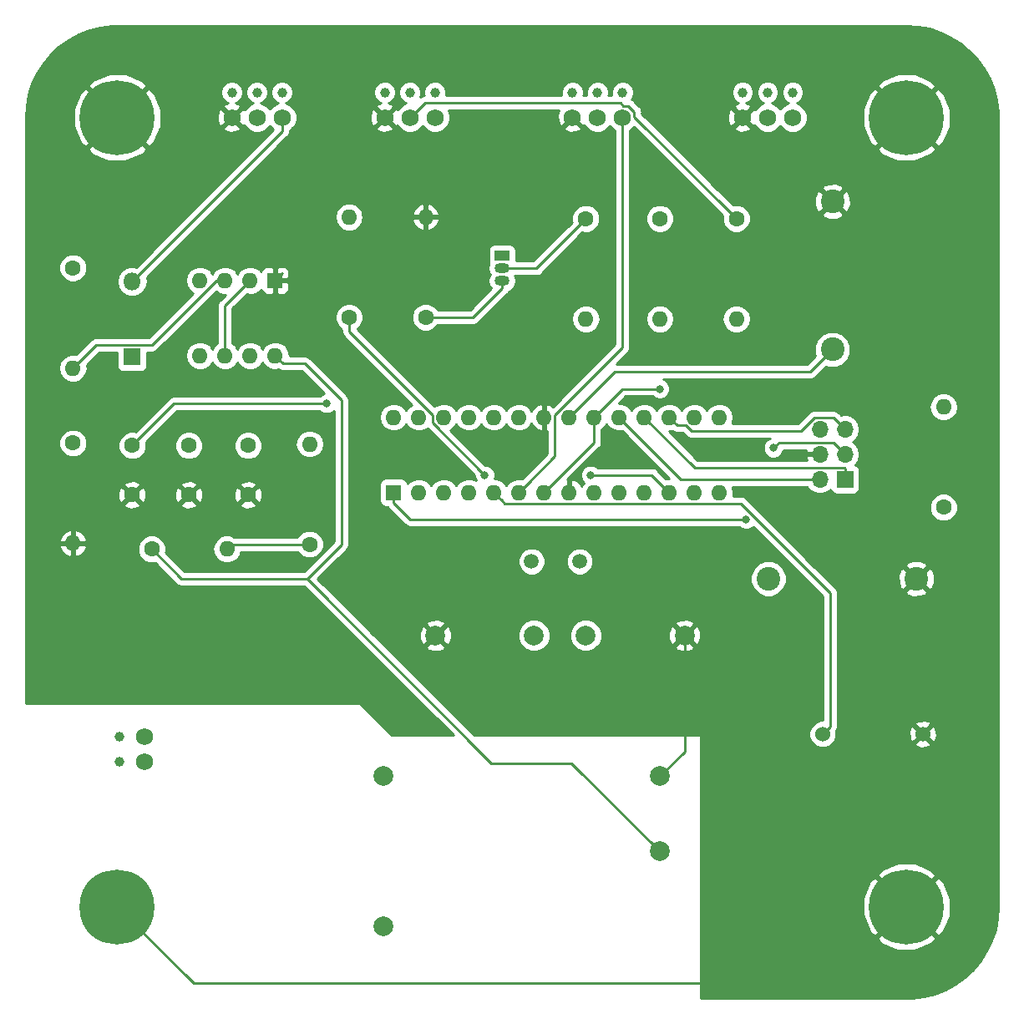
<source format=gbl>
G04 #@! TF.GenerationSoftware,KiCad,Pcbnew,5.0.2-5.0.2*
G04 #@! TF.CreationDate,2019-08-16T20:36:11+01:00*
G04 #@! TF.ProjectId,MaquinaSafetyLevel,4d617175-696e-4615-9361-666574794c65,rev?*
G04 #@! TF.SameCoordinates,Original*
G04 #@! TF.FileFunction,Copper,L2,Bot*
G04 #@! TF.FilePolarity,Positive*
%FSLAX46Y46*%
G04 Gerber Fmt 4.6, Leading zero omitted, Abs format (unit mm)*
G04 Created by KiCad (PCBNEW 5.0.2-5.0.2) date Fri 16 Aug 2019 20:36:11 BST*
%MOMM*%
%LPD*%
G01*
G04 APERTURE LIST*
G04 #@! TA.AperFunction,ComponentPad*
%ADD10C,2.000000*%
G04 #@! TD*
G04 #@! TA.AperFunction,ComponentPad*
%ADD11C,1.600000*%
G04 #@! TD*
G04 #@! TA.AperFunction,ComponentPad*
%ADD12C,2.400000*%
G04 #@! TD*
G04 #@! TA.AperFunction,ComponentPad*
%ADD13R,1.800000X1.800000*%
G04 #@! TD*
G04 #@! TA.AperFunction,ComponentPad*
%ADD14O,1.800000X1.800000*%
G04 #@! TD*
G04 #@! TA.AperFunction,ComponentPad*
%ADD15R,1.700000X1.700000*%
G04 #@! TD*
G04 #@! TA.AperFunction,ComponentPad*
%ADD16O,1.700000X1.700000*%
G04 #@! TD*
G04 #@! TA.AperFunction,ComponentPad*
%ADD17O,1.600000X1.600000*%
G04 #@! TD*
G04 #@! TA.AperFunction,ComponentPad*
%ADD18R,1.600000X1.600000*%
G04 #@! TD*
G04 #@! TA.AperFunction,ComponentPad*
%ADD19C,1.500000*%
G04 #@! TD*
G04 #@! TA.AperFunction,ComponentPad*
%ADD20C,1.750000*%
G04 #@! TD*
G04 #@! TA.AperFunction,ComponentPad*
%ADD21C,1.000000*%
G04 #@! TD*
G04 #@! TA.AperFunction,ComponentPad*
%ADD22C,1.524000*%
G04 #@! TD*
G04 #@! TA.AperFunction,ComponentPad*
%ADD23O,1.500000X1.050000*%
G04 #@! TD*
G04 #@! TA.AperFunction,ComponentPad*
%ADD24R,1.500000X1.050000*%
G04 #@! TD*
G04 #@! TA.AperFunction,ComponentPad*
%ADD25C,7.600000*%
G04 #@! TD*
G04 #@! TA.AperFunction,ViaPad*
%ADD26C,0.800000*%
G04 #@! TD*
G04 #@! TA.AperFunction,Conductor*
%ADD27C,0.250000*%
G04 #@! TD*
G04 #@! TA.AperFunction,Conductor*
%ADD28C,0.254000*%
G04 #@! TD*
G04 APERTURE END LIST*
D10*
G04 #@! TO.P,U3,1*
G04 #@! TO.N,Net-(J6-Pad2)*
X82250000Y-125250000D03*
G04 #@! TO.P,U3,2*
G04 #@! TO.N,Net-(J6-Pad1)*
X82250000Y-110010000D03*
G04 #@! TO.P,U3,3*
G04 #@! TO.N,GND*
X110250000Y-110010000D03*
G04 #@! TO.P,U3,4*
G04 #@! TO.N,VCC*
X110250000Y-117630000D03*
G04 #@! TD*
D11*
G04 #@! TO.P,C1,1*
G04 #@! TO.N,Net-(C1-Pad1)*
X68500000Y-76500000D03*
G04 #@! TO.P,C1,2*
G04 #@! TO.N,GND*
X68500000Y-81500000D03*
G04 #@! TD*
G04 #@! TO.P,C2,2*
G04 #@! TO.N,GND*
X62500000Y-81500000D03*
G04 #@! TO.P,C2,1*
G04 #@! TO.N,Net-(C2-Pad1)*
X62500000Y-76500000D03*
G04 #@! TD*
G04 #@! TO.P,C3,1*
G04 #@! TO.N,Net-(C3-Pad1)*
X56750000Y-76500000D03*
G04 #@! TO.P,C3,2*
G04 #@! TO.N,GND*
X56750000Y-81500000D03*
G04 #@! TD*
D10*
G04 #@! TO.P,C4,1*
G04 #@! TO.N,GND*
X112750000Y-95750000D03*
G04 #@! TO.P,C4,2*
G04 #@! TO.N,Net-(C4-Pad2)*
X102750000Y-95750000D03*
G04 #@! TD*
G04 #@! TO.P,C5,2*
G04 #@! TO.N,Net-(C5-Pad2)*
X97500000Y-95750000D03*
G04 #@! TO.P,C5,1*
G04 #@! TO.N,GND*
X87500000Y-95750000D03*
G04 #@! TD*
D12*
G04 #@! TO.P,C6,1*
G04 #@! TO.N,Net-(C6-Pad1)*
X127750000Y-66750000D03*
G04 #@! TO.P,C6,2*
G04 #@! TO.N,GND*
X127750000Y-51750000D03*
G04 #@! TD*
G04 #@! TO.P,C7,2*
G04 #@! TO.N,GND*
X136250000Y-90000000D03*
G04 #@! TO.P,C7,1*
G04 #@! TO.N,VCC*
X121250000Y-90000000D03*
G04 #@! TD*
D13*
G04 #@! TO.P,D1,1*
G04 #@! TO.N,Net-(C3-Pad1)*
X56750000Y-67500000D03*
D14*
G04 #@! TO.P,D1,2*
G04 #@! TO.N,Net-(D1-Pad2)*
X56750000Y-59880000D03*
G04 #@! TD*
D15*
G04 #@! TO.P,J1,1*
G04 #@! TO.N,MISO*
X129006598Y-79926800D03*
D16*
G04 #@! TO.P,J1,2*
G04 #@! TO.N,SCK*
X126466598Y-79926800D03*
G04 #@! TO.P,J1,3*
G04 #@! TO.N,RESET*
X129006598Y-77386800D03*
G04 #@! TO.P,J1,4*
G04 #@! TO.N,GND*
X126466598Y-77386800D03*
G04 #@! TO.P,J1,5*
G04 #@! TO.N,MOSI*
X129006598Y-74846800D03*
G04 #@! TO.P,J1,6*
G04 #@! TO.N,VCC*
X126466598Y-74846800D03*
G04 #@! TD*
D11*
G04 #@! TO.P,R1,1*
G04 #@! TO.N,VCC*
X58750000Y-87000000D03*
D17*
G04 #@! TO.P,R1,2*
G04 #@! TO.N,Net-(R1-Pad2)*
X66370000Y-87000000D03*
G04 #@! TD*
G04 #@! TO.P,R2,2*
G04 #@! TO.N,Net-(C1-Pad1)*
X74750000Y-76340000D03*
D11*
G04 #@! TO.P,R2,1*
G04 #@! TO.N,Net-(R1-Pad2)*
X74750000Y-86500000D03*
G04 #@! TD*
G04 #@! TO.P,R3,1*
G04 #@! TO.N,Net-(D1-Pad2)*
X50750000Y-58500000D03*
D17*
G04 #@! TO.P,R3,2*
G04 #@! TO.N,Net-(R3-Pad2)*
X50750000Y-68660000D03*
G04 #@! TD*
D11*
G04 #@! TO.P,R4,1*
G04 #@! TO.N,Net-(C3-Pad1)*
X50750000Y-76250000D03*
D17*
G04 #@! TO.P,R4,2*
G04 #@! TO.N,GND*
X50750000Y-86410000D03*
G04 #@! TD*
G04 #@! TO.P,R5,2*
G04 #@! TO.N,PWR_LED*
X118000000Y-63660000D03*
D11*
G04 #@! TO.P,R5,1*
G04 #@! TO.N,Net-(J3-Pad2)*
X118000000Y-53500000D03*
G04 #@! TD*
G04 #@! TO.P,R6,1*
G04 #@! TO.N,Net-(R6-Pad1)*
X78750000Y-63500000D03*
D17*
G04 #@! TO.P,R6,2*
G04 #@! TO.N,Net-(J3-Pad1)*
X78750000Y-53340000D03*
G04 #@! TD*
G04 #@! TO.P,R7,2*
G04 #@! TO.N,Net-(R7-Pad2)*
X102750000Y-63660000D03*
D11*
G04 #@! TO.P,R7,1*
G04 #@! TO.N,Net-(Q1-Pad2)*
X102750000Y-53500000D03*
G04 #@! TD*
G04 #@! TO.P,R8,1*
G04 #@! TO.N,Net-(Q1-Pad2)*
X110250000Y-53500000D03*
D17*
G04 #@! TO.P,R8,2*
G04 #@! TO.N,VCC*
X110250000Y-63660000D03*
G04 #@! TD*
G04 #@! TO.P,R9,2*
G04 #@! TO.N,GND*
X86500000Y-53340000D03*
D11*
G04 #@! TO.P,R9,1*
G04 #@! TO.N,Net-(J2-Pad2)*
X86500000Y-63500000D03*
G04 #@! TD*
D18*
G04 #@! TO.P,U1,1*
G04 #@! TO.N,GND*
X71250000Y-59750000D03*
D17*
G04 #@! TO.P,U1,5*
G04 #@! TO.N,Net-(C2-Pad1)*
X63630000Y-67370000D03*
G04 #@! TO.P,U1,2*
G04 #@! TO.N,Net-(C1-Pad1)*
X68710000Y-59750000D03*
G04 #@! TO.P,U1,6*
X66170000Y-67370000D03*
G04 #@! TO.P,U1,3*
G04 #@! TO.N,Net-(R3-Pad2)*
X66170000Y-59750000D03*
G04 #@! TO.P,U1,7*
G04 #@! TO.N,Net-(R1-Pad2)*
X68710000Y-67370000D03*
G04 #@! TO.P,U1,4*
G04 #@! TO.N,VCC*
X63630000Y-59750000D03*
G04 #@! TO.P,U1,8*
X71250000Y-67370000D03*
G04 #@! TD*
D18*
G04 #@! TO.P,U2,1*
G04 #@! TO.N,RESET*
X83250000Y-81250000D03*
D17*
G04 #@! TO.P,U2,15*
G04 #@! TO.N,PWR_LED*
X116270000Y-73630000D03*
G04 #@! TO.P,U2,2*
G04 #@! TO.N,N/C*
X85790000Y-81250000D03*
G04 #@! TO.P,U2,16*
X113730000Y-73630000D03*
G04 #@! TO.P,U2,3*
X88330000Y-81250000D03*
G04 #@! TO.P,U2,17*
G04 #@! TO.N,MOSI*
X111190000Y-73630000D03*
G04 #@! TO.P,U2,4*
G04 #@! TO.N,N/C*
X90870000Y-81250000D03*
G04 #@! TO.P,U2,18*
G04 #@! TO.N,MISO*
X108650000Y-73630000D03*
G04 #@! TO.P,U2,5*
G04 #@! TO.N,BZR*
X93410000Y-81250000D03*
G04 #@! TO.P,U2,19*
G04 #@! TO.N,SCK*
X106110000Y-73630000D03*
G04 #@! TO.P,U2,6*
G04 #@! TO.N,PD4*
X95950000Y-81250000D03*
G04 #@! TO.P,U2,20*
G04 #@! TO.N,VCC*
X103570000Y-73630000D03*
G04 #@! TO.P,U2,7*
X98490000Y-81250000D03*
G04 #@! TO.P,U2,21*
G04 #@! TO.N,Net-(C6-Pad1)*
X101030000Y-73630000D03*
G04 #@! TO.P,U2,8*
G04 #@! TO.N,GND*
X101030000Y-81250000D03*
G04 #@! TO.P,U2,22*
X98490000Y-73630000D03*
G04 #@! TO.P,U2,9*
G04 #@! TO.N,Net-(C5-Pad2)*
X103570000Y-81250000D03*
G04 #@! TO.P,U2,23*
G04 #@! TO.N,Net-(C3-Pad1)*
X95950000Y-73630000D03*
G04 #@! TO.P,U2,10*
G04 #@! TO.N,Net-(C4-Pad2)*
X106110000Y-81250000D03*
G04 #@! TO.P,U2,24*
G04 #@! TO.N,N/C*
X93410000Y-73630000D03*
G04 #@! TO.P,U2,11*
G04 #@! TO.N,PD5*
X108650000Y-81250000D03*
G04 #@! TO.P,U2,25*
G04 #@! TO.N,N/C*
X90870000Y-73630000D03*
G04 #@! TO.P,U2,12*
G04 #@! TO.N,Net-(R6-Pad1)*
X111190000Y-81250000D03*
G04 #@! TO.P,U2,26*
G04 #@! TO.N,N/C*
X88330000Y-73630000D03*
G04 #@! TO.P,U2,13*
G04 #@! TO.N,Net-(R7-Pad2)*
X113730000Y-81250000D03*
G04 #@! TO.P,U2,27*
G04 #@! TO.N,N/C*
X85790000Y-73630000D03*
G04 #@! TO.P,U2,14*
X116270000Y-81250000D03*
G04 #@! TO.P,U2,28*
X83250000Y-73630000D03*
G04 #@! TD*
D19*
G04 #@! TO.P,Y1,1*
G04 #@! TO.N,Net-(C5-Pad2)*
X97250000Y-88250000D03*
G04 #@! TO.P,Y1,2*
G04 #@! TO.N,Net-(C4-Pad2)*
X102130000Y-88250000D03*
G04 #@! TD*
D20*
G04 #@! TO.P,J3,3*
G04 #@! TO.N,GND*
X82380000Y-43250000D03*
D21*
G04 #@! TO.P,J3,*
G04 #@! TO.N,*
X82380000Y-40710000D03*
X84920000Y-40710000D03*
X87460000Y-40710000D03*
D20*
G04 #@! TO.P,J3,2*
G04 #@! TO.N,Net-(J3-Pad2)*
X84920000Y-43250000D03*
G04 #@! TO.P,J3,1*
G04 #@! TO.N,Net-(J3-Pad1)*
X87460000Y-43250000D03*
G04 #@! TD*
D22*
G04 #@! TO.P,BZ1,1*
G04 #@! TO.N,BZR*
X126750000Y-105750000D03*
G04 #@! TO.P,BZ1,2*
G04 #@! TO.N,GND*
X136910000Y-105750000D03*
G04 #@! TD*
D20*
G04 #@! TO.P,J4,1*
G04 #@! TO.N,PD4*
X106460000Y-43250000D03*
G04 #@! TO.P,J4,2*
G04 #@! TO.N,VCC*
X103920000Y-43250000D03*
D21*
G04 #@! TO.P,J4,*
G04 #@! TO.N,*
X106460000Y-40710000D03*
X103920000Y-40710000D03*
X101380000Y-40710000D03*
D20*
G04 #@! TO.P,J4,3*
G04 #@! TO.N,GND*
X101380000Y-43250000D03*
G04 #@! TD*
G04 #@! TO.P,J5,3*
G04 #@! TO.N,GND*
X118630000Y-43250000D03*
D21*
G04 #@! TO.P,J5,*
G04 #@! TO.N,*
X118630000Y-40710000D03*
X121170000Y-40710000D03*
X123710000Y-40710000D03*
D20*
G04 #@! TO.P,J5,2*
G04 #@! TO.N,VCC*
X121170000Y-43250000D03*
G04 #@! TO.P,J5,1*
G04 #@! TO.N,PD5*
X123710000Y-43250000D03*
G04 #@! TD*
G04 #@! TO.P,J6,1*
G04 #@! TO.N,Net-(J6-Pad1)*
X58000000Y-106000000D03*
G04 #@! TO.P,J6,2*
G04 #@! TO.N,Net-(J6-Pad2)*
X58000000Y-108540000D03*
D21*
G04 #@! TO.P,J6,3*
G04 #@! TO.N,N/C*
X55460000Y-106000000D03*
G04 #@! TO.P,J6,4*
X55460000Y-108540000D03*
G04 #@! TD*
D20*
G04 #@! TO.P,J2,3*
G04 #@! TO.N,GND*
X66880000Y-43250000D03*
D21*
G04 #@! TO.P,J2,*
G04 #@! TO.N,*
X66880000Y-40710000D03*
X69420000Y-40710000D03*
X71960000Y-40710000D03*
D20*
G04 #@! TO.P,J2,2*
G04 #@! TO.N,Net-(J2-Pad2)*
X69420000Y-43250000D03*
G04 #@! TO.P,J2,1*
G04 #@! TO.N,Net-(D1-Pad2)*
X71960000Y-43250000D03*
G04 #@! TD*
D23*
G04 #@! TO.P,Q1,2*
G04 #@! TO.N,Net-(Q1-Pad2)*
X94250000Y-58520000D03*
G04 #@! TO.P,Q1,3*
G04 #@! TO.N,Net-(J2-Pad2)*
X94250000Y-59790000D03*
D24*
G04 #@! TO.P,Q1,1*
G04 #@! TO.N,VCC*
X94250000Y-57250000D03*
G04 #@! TD*
D11*
G04 #@! TO.P,R10,1*
G04 #@! TO.N,RESET*
X139000000Y-82750000D03*
D17*
G04 #@! TO.P,R10,2*
G04 #@! TO.N,VCC*
X139000000Y-72590000D03*
G04 #@! TD*
D25*
G04 #@! TO.P,H1,1*
G04 #@! TO.N,GND*
X55250000Y-43250000D03*
G04 #@! TD*
G04 #@! TO.P,H2,1*
G04 #@! TO.N,GND*
X135250000Y-43250000D03*
G04 #@! TD*
G04 #@! TO.P,H3,1*
G04 #@! TO.N,GND*
X55250000Y-123250000D03*
G04 #@! TD*
G04 #@! TO.P,H4,1*
G04 #@! TO.N,GND*
X135250000Y-123250000D03*
G04 #@! TD*
D26*
G04 #@! TO.N,GND*
X118750000Y-77000000D03*
X105250000Y-77250000D03*
G04 #@! TO.N,Net-(C3-Pad1)*
X76500000Y-72250000D03*
G04 #@! TO.N,VCC*
X110250000Y-70750000D03*
G04 #@! TO.N,Net-(R6-Pad1)*
X92500000Y-79500000D03*
X103250000Y-79500000D03*
G04 #@! TO.N,RESET*
X119000000Y-84000000D03*
X121750000Y-76750000D03*
G04 #@! TD*
D27*
G04 #@! TO.N,Net-(C1-Pad1)*
X66170000Y-62290000D02*
X66170000Y-67370000D01*
X68710000Y-59750000D02*
X66170000Y-62290000D01*
G04 #@! TO.N,GND*
X71960000Y-59040000D02*
X71250000Y-59750000D01*
X127130000Y-51750000D02*
X127750000Y-51750000D01*
X135250000Y-44250000D02*
X135250000Y-43250000D01*
X135250000Y-89000000D02*
X136250000Y-90000000D01*
X127500000Y-131000000D02*
X135250000Y-123250000D01*
X55250000Y-123250000D02*
X63000000Y-131000000D01*
X63000000Y-131000000D02*
X127500000Y-131000000D01*
X112750000Y-107510000D02*
X112750000Y-95750000D01*
X110250000Y-110010000D02*
X112750000Y-107510000D01*
G04 #@! TO.N,Net-(C3-Pad1)*
X61000000Y-72250000D02*
X56750000Y-76500000D01*
X76500000Y-72250000D02*
X61000000Y-72250000D01*
G04 #@! TO.N,Net-(C6-Pad1)*
X105660000Y-69000000D02*
X101030000Y-73630000D01*
X127750000Y-66750000D02*
X125500000Y-69000000D01*
X125500000Y-69000000D02*
X105660000Y-69000000D01*
G04 #@! TO.N,VCC*
X103570000Y-76170000D02*
X103570000Y-73630000D01*
X98490000Y-81250000D02*
X103570000Y-76170000D01*
X103570000Y-73630000D02*
X106450000Y-70750000D01*
X106450000Y-70750000D02*
X110250000Y-70750000D01*
X110250000Y-70750000D02*
X110250000Y-70750000D01*
X61750000Y-90000000D02*
X58750000Y-87000000D01*
X74500000Y-90000000D02*
X61750000Y-90000000D01*
X110250000Y-117630000D02*
X101304999Y-108684999D01*
X101304999Y-108684999D02*
X93184999Y-108684999D01*
X93184999Y-108684999D02*
X74500000Y-90000000D01*
X77975001Y-86524999D02*
X74500000Y-90000000D01*
X77975001Y-71901999D02*
X77975001Y-86524999D01*
X74243001Y-68169999D02*
X77975001Y-71901999D01*
X72049999Y-68169999D02*
X74243001Y-68169999D01*
X71250000Y-67370000D02*
X72049999Y-68169999D01*
G04 #@! TO.N,Net-(D1-Pad2)*
X71960000Y-44670000D02*
X71960000Y-43250000D01*
X56750000Y-59880000D02*
X71960000Y-44670000D01*
G04 #@! TO.N,Net-(J3-Pad2)*
X107660001Y-42673999D02*
X107660001Y-43160001D01*
X107036001Y-42049999D02*
X107660001Y-42673999D01*
X106549999Y-42049999D02*
X107036001Y-42049999D01*
X106250000Y-41750000D02*
X106549999Y-42049999D01*
X107660001Y-43160001D02*
X117200001Y-52700001D01*
X84920000Y-43250000D02*
X86420000Y-41750000D01*
X86420000Y-41750000D02*
X106250000Y-41750000D01*
X117200001Y-52700001D02*
X118000000Y-53500000D01*
G04 #@! TO.N,Net-(Q1-Pad2)*
X97730000Y-58520000D02*
X102750000Y-53500000D01*
X94250000Y-58520000D02*
X97730000Y-58520000D01*
G04 #@! TO.N,Net-(R1-Pad2)*
X66870000Y-86500000D02*
X66370000Y-87000000D01*
X74750000Y-86500000D02*
X66870000Y-86500000D01*
G04 #@! TO.N,Net-(R3-Pad2)*
X51549999Y-67860001D02*
X50750000Y-68660000D01*
X53135001Y-66274999D02*
X51549999Y-67860001D01*
X58770003Y-66274999D02*
X53135001Y-66274999D01*
X65295002Y-59750000D02*
X58770003Y-66274999D01*
X66170000Y-59750000D02*
X65295002Y-59750000D01*
G04 #@! TO.N,Net-(R6-Pad1)*
X87204999Y-73379997D02*
X87204999Y-74204999D01*
X78750000Y-63500000D02*
X78750000Y-64924998D01*
X78750000Y-64924998D02*
X87204999Y-73379997D01*
X87204999Y-74204999D02*
X92500000Y-79500000D01*
X92500000Y-79500000D02*
X92500000Y-79500000D01*
X109440000Y-79500000D02*
X111190000Y-81250000D01*
X103250000Y-79500000D02*
X109440000Y-79500000D01*
G04 #@! TO.N,BZR*
X94209999Y-82049999D02*
X93410000Y-81250000D01*
X127511999Y-91438997D02*
X118448003Y-82375001D01*
X94535001Y-82375001D02*
X94209999Y-82049999D01*
X127511999Y-104988001D02*
X127511999Y-91438997D01*
X118448003Y-82375001D02*
X94535001Y-82375001D01*
X126750000Y-105750000D02*
X127511999Y-104988001D01*
G04 #@! TO.N,MISO*
X128931597Y-78751799D02*
X129006598Y-78826800D01*
X129006598Y-78826800D02*
X129006598Y-79926800D01*
X113771799Y-78751799D02*
X128931597Y-78751799D01*
X108650000Y-73630000D02*
X113771799Y-78751799D01*
G04 #@! TO.N,SCK*
X112406800Y-79926800D02*
X126466598Y-79926800D01*
X106110000Y-73630000D02*
X112406800Y-79926800D01*
G04 #@! TO.N,RESET*
X83250000Y-82300000D02*
X84950000Y-84000000D01*
X83250000Y-81250000D02*
X83250000Y-82300000D01*
X84950000Y-84000000D02*
X119000000Y-84000000D01*
X119000000Y-84000000D02*
X119000000Y-84000000D01*
X122361203Y-76211799D02*
X121750000Y-76750000D01*
X129006598Y-77386800D02*
X127831597Y-76211799D01*
X127831597Y-76211799D02*
X122361203Y-76211799D01*
X121750000Y-76750000D02*
X121750000Y-76750000D01*
G04 #@! TO.N,MOSI*
X128156599Y-73996801D02*
X129006598Y-74846800D01*
X127831597Y-73671799D02*
X128156599Y-73996801D01*
X125902597Y-73671799D02*
X127831597Y-73671799D01*
X124574396Y-75000000D02*
X125902597Y-73671799D01*
X113434998Y-75000000D02*
X124574396Y-75000000D01*
X112864997Y-74429999D02*
X113434998Y-75000000D01*
X111989999Y-74429999D02*
X112864997Y-74429999D01*
X111190000Y-73630000D02*
X111989999Y-74429999D01*
G04 #@! TO.N,Net-(J2-Pad2)*
X94250000Y-60565000D02*
X94250000Y-59790000D01*
X91315000Y-63500000D02*
X94250000Y-60565000D01*
X86500000Y-63500000D02*
X91315000Y-63500000D01*
G04 #@! TO.N,PD4*
X96749999Y-80450001D02*
X95950000Y-81250000D01*
X99615001Y-77584999D02*
X96749999Y-80450001D01*
X99615001Y-73379997D02*
X99615001Y-77584999D01*
X106460000Y-66534998D02*
X99615001Y-73379997D01*
X106460000Y-43250000D02*
X106460000Y-66534998D01*
G04 #@! TD*
D28*
G04 #@! TO.N,GND*
G36*
X136414170Y-34034647D02*
X137559981Y-34253222D01*
X138669362Y-34613682D01*
X139724813Y-35110339D01*
X140709703Y-35735370D01*
X141608480Y-36478903D01*
X142406987Y-37329228D01*
X143092621Y-38272922D01*
X143654575Y-39295110D01*
X144083979Y-40379662D01*
X144374071Y-41509494D01*
X144521669Y-42677864D01*
X144540001Y-43261197D01*
X144540000Y-123227687D01*
X144465353Y-124414169D01*
X144246778Y-125559981D01*
X143886318Y-126669362D01*
X143389661Y-127724813D01*
X142764630Y-128709703D01*
X142021096Y-129608480D01*
X141170773Y-130406987D01*
X140227078Y-131092621D01*
X139204888Y-131654576D01*
X138120338Y-132083979D01*
X136990505Y-132374071D01*
X135822146Y-132521668D01*
X135238835Y-132540000D01*
X114377000Y-132540000D01*
X114377000Y-126423699D01*
X132255906Y-126423699D01*
X132695895Y-126981489D01*
X134318293Y-127674859D01*
X136082536Y-127694585D01*
X137720031Y-127037664D01*
X137804105Y-126981489D01*
X138244094Y-126423699D01*
X135250000Y-123429605D01*
X132255906Y-126423699D01*
X114377000Y-126423699D01*
X114377000Y-124082536D01*
X130805415Y-124082536D01*
X131462336Y-125720031D01*
X131518511Y-125804105D01*
X132076301Y-126244094D01*
X135070395Y-123250000D01*
X135429605Y-123250000D01*
X138423699Y-126244094D01*
X138981489Y-125804105D01*
X139674859Y-124181707D01*
X139694585Y-122417464D01*
X139037664Y-120779969D01*
X138981489Y-120695895D01*
X138423699Y-120255906D01*
X135429605Y-123250000D01*
X135070395Y-123250000D01*
X132076301Y-120255906D01*
X131518511Y-120695895D01*
X130825141Y-122318293D01*
X130805415Y-124082536D01*
X114377000Y-124082536D01*
X114377000Y-120076301D01*
X132255906Y-120076301D01*
X135250000Y-123070395D01*
X138244094Y-120076301D01*
X137804105Y-119518511D01*
X136181707Y-118825141D01*
X134417464Y-118805415D01*
X132779969Y-119462336D01*
X132695895Y-119518511D01*
X132255906Y-120076301D01*
X114377000Y-120076301D01*
X114377000Y-106000000D01*
X114367333Y-105951399D01*
X114339803Y-105910197D01*
X114298601Y-105882667D01*
X114250000Y-105873000D01*
X91447802Y-105873000D01*
X82477334Y-96902532D01*
X86527073Y-96902532D01*
X86625736Y-97169387D01*
X87235461Y-97395908D01*
X87885460Y-97371856D01*
X88374264Y-97169387D01*
X88472927Y-96902532D01*
X87500000Y-95929605D01*
X86527073Y-96902532D01*
X82477334Y-96902532D01*
X81060263Y-95485461D01*
X85854092Y-95485461D01*
X85878144Y-96135460D01*
X86080613Y-96624264D01*
X86347468Y-96722927D01*
X87320395Y-95750000D01*
X87679605Y-95750000D01*
X88652532Y-96722927D01*
X88919387Y-96624264D01*
X89145908Y-96014539D01*
X89124085Y-95424778D01*
X95865000Y-95424778D01*
X95865000Y-96075222D01*
X96113914Y-96676153D01*
X96573847Y-97136086D01*
X97174778Y-97385000D01*
X97825222Y-97385000D01*
X98426153Y-97136086D01*
X98886086Y-96676153D01*
X99135000Y-96075222D01*
X99135000Y-95424778D01*
X101115000Y-95424778D01*
X101115000Y-96075222D01*
X101363914Y-96676153D01*
X101823847Y-97136086D01*
X102424778Y-97385000D01*
X103075222Y-97385000D01*
X103676153Y-97136086D01*
X103909707Y-96902532D01*
X111777073Y-96902532D01*
X111875736Y-97169387D01*
X112485461Y-97395908D01*
X113135460Y-97371856D01*
X113624264Y-97169387D01*
X113722927Y-96902532D01*
X112750000Y-95929605D01*
X111777073Y-96902532D01*
X103909707Y-96902532D01*
X104136086Y-96676153D01*
X104385000Y-96075222D01*
X104385000Y-95485461D01*
X111104092Y-95485461D01*
X111128144Y-96135460D01*
X111330613Y-96624264D01*
X111597468Y-96722927D01*
X112570395Y-95750000D01*
X112929605Y-95750000D01*
X113902532Y-96722927D01*
X114169387Y-96624264D01*
X114395908Y-96014539D01*
X114371856Y-95364540D01*
X114169387Y-94875736D01*
X113902532Y-94777073D01*
X112929605Y-95750000D01*
X112570395Y-95750000D01*
X111597468Y-94777073D01*
X111330613Y-94875736D01*
X111104092Y-95485461D01*
X104385000Y-95485461D01*
X104385000Y-95424778D01*
X104136086Y-94823847D01*
X103909707Y-94597468D01*
X111777073Y-94597468D01*
X112750000Y-95570395D01*
X113722927Y-94597468D01*
X113624264Y-94330613D01*
X113014539Y-94104092D01*
X112364540Y-94128144D01*
X111875736Y-94330613D01*
X111777073Y-94597468D01*
X103909707Y-94597468D01*
X103676153Y-94363914D01*
X103075222Y-94115000D01*
X102424778Y-94115000D01*
X101823847Y-94363914D01*
X101363914Y-94823847D01*
X101115000Y-95424778D01*
X99135000Y-95424778D01*
X98886086Y-94823847D01*
X98426153Y-94363914D01*
X97825222Y-94115000D01*
X97174778Y-94115000D01*
X96573847Y-94363914D01*
X96113914Y-94823847D01*
X95865000Y-95424778D01*
X89124085Y-95424778D01*
X89121856Y-95364540D01*
X88919387Y-94875736D01*
X88652532Y-94777073D01*
X87679605Y-95750000D01*
X87320395Y-95750000D01*
X86347468Y-94777073D01*
X86080613Y-94875736D01*
X85854092Y-95485461D01*
X81060263Y-95485461D01*
X80172270Y-94597468D01*
X86527073Y-94597468D01*
X87500000Y-95570395D01*
X88472927Y-94597468D01*
X88374264Y-94330613D01*
X87764539Y-94104092D01*
X87114540Y-94128144D01*
X86625736Y-94330613D01*
X86527073Y-94597468D01*
X80172270Y-94597468D01*
X75574801Y-90000000D01*
X77600295Y-87974506D01*
X95865000Y-87974506D01*
X95865000Y-88525494D01*
X96075853Y-89034540D01*
X96465460Y-89424147D01*
X96974506Y-89635000D01*
X97525494Y-89635000D01*
X98034540Y-89424147D01*
X98424147Y-89034540D01*
X98635000Y-88525494D01*
X98635000Y-87974506D01*
X100745000Y-87974506D01*
X100745000Y-88525494D01*
X100955853Y-89034540D01*
X101345460Y-89424147D01*
X101854506Y-89635000D01*
X102405494Y-89635000D01*
X102405503Y-89634996D01*
X119415000Y-89634996D01*
X119415000Y-90365004D01*
X119694362Y-91039444D01*
X120210556Y-91555638D01*
X120884996Y-91835000D01*
X121615004Y-91835000D01*
X122289444Y-91555638D01*
X122805638Y-91039444D01*
X123085000Y-90365004D01*
X123085000Y-89634996D01*
X122805638Y-88960556D01*
X122289444Y-88444362D01*
X121615004Y-88165000D01*
X120884996Y-88165000D01*
X120210556Y-88444362D01*
X119694362Y-88960556D01*
X119415000Y-89634996D01*
X102405503Y-89634996D01*
X102914540Y-89424147D01*
X103304147Y-89034540D01*
X103515000Y-88525494D01*
X103515000Y-87974506D01*
X103304147Y-87465460D01*
X102914540Y-87075853D01*
X102405494Y-86865000D01*
X101854506Y-86865000D01*
X101345460Y-87075853D01*
X100955853Y-87465460D01*
X100745000Y-87974506D01*
X98635000Y-87974506D01*
X98424147Y-87465460D01*
X98034540Y-87075853D01*
X97525494Y-86865000D01*
X96974506Y-86865000D01*
X96465460Y-87075853D01*
X96075853Y-87465460D01*
X95865000Y-87974506D01*
X77600295Y-87974506D01*
X78459474Y-87115328D01*
X78522930Y-87072928D01*
X78690905Y-86821536D01*
X78735001Y-86599851D01*
X78735001Y-86599847D01*
X78749889Y-86524999D01*
X78735001Y-86450151D01*
X78735001Y-71976845D01*
X78749889Y-71901998D01*
X78735001Y-71827151D01*
X78735001Y-71827147D01*
X78690905Y-71605462D01*
X78522930Y-71354070D01*
X78459474Y-71311670D01*
X74833332Y-67685529D01*
X74790930Y-67622070D01*
X74539538Y-67454095D01*
X74317853Y-67409999D01*
X74317848Y-67409999D01*
X74243001Y-67395111D01*
X74168154Y-67409999D01*
X72705157Y-67409999D01*
X72713113Y-67370000D01*
X72601740Y-66810091D01*
X72284577Y-66335423D01*
X71809909Y-66018260D01*
X71391333Y-65935000D01*
X71108667Y-65935000D01*
X70690091Y-66018260D01*
X70215423Y-66335423D01*
X69980000Y-66687758D01*
X69744577Y-66335423D01*
X69269909Y-66018260D01*
X68851333Y-65935000D01*
X68568667Y-65935000D01*
X68150091Y-66018260D01*
X67675423Y-66335423D01*
X67440000Y-66687758D01*
X67204577Y-66335423D01*
X66930000Y-66151957D01*
X66930000Y-63214561D01*
X77315000Y-63214561D01*
X77315000Y-63785439D01*
X77533466Y-64312862D01*
X77937138Y-64716534D01*
X77990001Y-64738431D01*
X77990001Y-64850147D01*
X77975112Y-64924998D01*
X77990001Y-64999850D01*
X78034097Y-65221535D01*
X78202072Y-65472927D01*
X78265528Y-65515327D01*
X85109222Y-72359022D01*
X84755423Y-72595423D01*
X84520000Y-72947758D01*
X84284577Y-72595423D01*
X83809909Y-72278260D01*
X83391333Y-72195000D01*
X83108667Y-72195000D01*
X82690091Y-72278260D01*
X82215423Y-72595423D01*
X81898260Y-73070091D01*
X81786887Y-73630000D01*
X81898260Y-74189909D01*
X82215423Y-74664577D01*
X82690091Y-74981740D01*
X83108667Y-75065000D01*
X83391333Y-75065000D01*
X83809909Y-74981740D01*
X84284577Y-74664577D01*
X84520000Y-74312242D01*
X84755423Y-74664577D01*
X85230091Y-74981740D01*
X85648667Y-75065000D01*
X85931333Y-75065000D01*
X86349909Y-74981740D01*
X86674711Y-74764714D01*
X86720527Y-74795328D01*
X91465000Y-79539802D01*
X91465000Y-79705874D01*
X91588613Y-80004303D01*
X91429909Y-79898260D01*
X91011333Y-79815000D01*
X90728667Y-79815000D01*
X90310091Y-79898260D01*
X89835423Y-80215423D01*
X89600000Y-80567758D01*
X89364577Y-80215423D01*
X88889909Y-79898260D01*
X88471333Y-79815000D01*
X88188667Y-79815000D01*
X87770091Y-79898260D01*
X87295423Y-80215423D01*
X87060000Y-80567758D01*
X86824577Y-80215423D01*
X86349909Y-79898260D01*
X85931333Y-79815000D01*
X85648667Y-79815000D01*
X85230091Y-79898260D01*
X84755423Y-80215423D01*
X84674785Y-80336106D01*
X84648157Y-80202235D01*
X84507809Y-79992191D01*
X84297765Y-79851843D01*
X84050000Y-79802560D01*
X82450000Y-79802560D01*
X82202235Y-79851843D01*
X81992191Y-79992191D01*
X81851843Y-80202235D01*
X81802560Y-80450000D01*
X81802560Y-82050000D01*
X81851843Y-82297765D01*
X81992191Y-82507809D01*
X82202235Y-82648157D01*
X82450000Y-82697440D01*
X82601518Y-82697440D01*
X82639220Y-82753864D01*
X82702072Y-82847929D01*
X82765528Y-82890329D01*
X84359671Y-84484473D01*
X84402071Y-84547929D01*
X84653463Y-84715904D01*
X84875148Y-84760000D01*
X84875152Y-84760000D01*
X84949999Y-84774888D01*
X85024846Y-84760000D01*
X118296289Y-84760000D01*
X118413720Y-84877431D01*
X118794126Y-85035000D01*
X119205874Y-85035000D01*
X119586280Y-84877431D01*
X119730956Y-84732755D01*
X126752000Y-91753800D01*
X126751999Y-104353000D01*
X126472119Y-104353000D01*
X125958663Y-104565680D01*
X125565680Y-104958663D01*
X125353000Y-105472119D01*
X125353000Y-106027881D01*
X125565680Y-106541337D01*
X125958663Y-106934320D01*
X126472119Y-107147000D01*
X127027881Y-107147000D01*
X127541337Y-106934320D01*
X127745444Y-106730213D01*
X136109392Y-106730213D01*
X136178857Y-106972397D01*
X136702302Y-107159144D01*
X137257368Y-107131362D01*
X137641143Y-106972397D01*
X137710608Y-106730213D01*
X136910000Y-105929605D01*
X136109392Y-106730213D01*
X127745444Y-106730213D01*
X127934320Y-106541337D01*
X128147000Y-106027881D01*
X128147000Y-105542302D01*
X135500856Y-105542302D01*
X135528638Y-106097368D01*
X135687603Y-106481143D01*
X135929787Y-106550608D01*
X136730395Y-105750000D01*
X137089605Y-105750000D01*
X137890213Y-106550608D01*
X138132397Y-106481143D01*
X138319144Y-105957698D01*
X138291362Y-105402632D01*
X138132397Y-105018857D01*
X137890213Y-104949392D01*
X137089605Y-105750000D01*
X136730395Y-105750000D01*
X135929787Y-104949392D01*
X135687603Y-105018857D01*
X135500856Y-105542302D01*
X128147000Y-105542302D01*
X128147000Y-105472119D01*
X128129996Y-105431067D01*
X128227902Y-105284539D01*
X128227903Y-105284538D01*
X128271999Y-105062853D01*
X128271999Y-105062849D01*
X128286887Y-104988002D01*
X128271999Y-104913155D01*
X128271999Y-104769787D01*
X136109392Y-104769787D01*
X136910000Y-105570395D01*
X137710608Y-104769787D01*
X137641143Y-104527603D01*
X137117698Y-104340856D01*
X136562632Y-104368638D01*
X136178857Y-104527603D01*
X136109392Y-104769787D01*
X128271999Y-104769787D01*
X128271999Y-91513843D01*
X128286887Y-91438996D01*
X128271999Y-91364149D01*
X128271999Y-91364145D01*
X128258678Y-91297175D01*
X135132430Y-91297175D01*
X135255565Y-91584788D01*
X135937734Y-91844707D01*
X136667443Y-91823786D01*
X137244435Y-91584788D01*
X137367570Y-91297175D01*
X136250000Y-90179605D01*
X135132430Y-91297175D01*
X128258678Y-91297175D01*
X128227903Y-91142460D01*
X128059928Y-90891068D01*
X127996472Y-90848668D01*
X126835538Y-89687734D01*
X134405293Y-89687734D01*
X134426214Y-90417443D01*
X134665212Y-90994435D01*
X134952825Y-91117570D01*
X136070395Y-90000000D01*
X136429605Y-90000000D01*
X137547175Y-91117570D01*
X137834788Y-90994435D01*
X138094707Y-90312266D01*
X138073786Y-89582557D01*
X137834788Y-89005565D01*
X137547175Y-88882430D01*
X136429605Y-90000000D01*
X136070395Y-90000000D01*
X134952825Y-88882430D01*
X134665212Y-89005565D01*
X134405293Y-89687734D01*
X126835538Y-89687734D01*
X125850629Y-88702825D01*
X135132430Y-88702825D01*
X136250000Y-89820395D01*
X137367570Y-88702825D01*
X137244435Y-88415212D01*
X136562266Y-88155293D01*
X135832557Y-88176214D01*
X135255565Y-88415212D01*
X135132430Y-88702825D01*
X125850629Y-88702825D01*
X119612365Y-82464561D01*
X137565000Y-82464561D01*
X137565000Y-83035439D01*
X137783466Y-83562862D01*
X138187138Y-83966534D01*
X138714561Y-84185000D01*
X139285439Y-84185000D01*
X139812862Y-83966534D01*
X140216534Y-83562862D01*
X140435000Y-83035439D01*
X140435000Y-82464561D01*
X140216534Y-81937138D01*
X139812862Y-81533466D01*
X139285439Y-81315000D01*
X138714561Y-81315000D01*
X138187138Y-81533466D01*
X137783466Y-81937138D01*
X137565000Y-82464561D01*
X119612365Y-82464561D01*
X119038334Y-81890531D01*
X118995932Y-81827072D01*
X118744540Y-81659097D01*
X118522855Y-81615001D01*
X118522850Y-81615001D01*
X118448003Y-81600113D01*
X118373156Y-81615001D01*
X117660510Y-81615001D01*
X117733113Y-81250000D01*
X117621740Y-80690091D01*
X117619541Y-80686800D01*
X125188420Y-80686800D01*
X125395973Y-80997425D01*
X125887180Y-81325639D01*
X126320342Y-81411800D01*
X126612854Y-81411800D01*
X127046016Y-81325639D01*
X127537223Y-80997425D01*
X127549414Y-80979181D01*
X127558441Y-81024565D01*
X127698789Y-81234609D01*
X127908833Y-81374957D01*
X128156598Y-81424240D01*
X129856598Y-81424240D01*
X130104363Y-81374957D01*
X130314407Y-81234609D01*
X130454755Y-81024565D01*
X130504038Y-80776800D01*
X130504038Y-79076800D01*
X130454755Y-78829035D01*
X130314407Y-78618991D01*
X130104363Y-78478643D01*
X130058979Y-78469616D01*
X130077223Y-78457425D01*
X130405437Y-77966218D01*
X130520690Y-77386800D01*
X130405437Y-76807382D01*
X130077223Y-76316175D01*
X129778837Y-76116800D01*
X130077223Y-75917425D01*
X130405437Y-75426218D01*
X130520690Y-74846800D01*
X130405437Y-74267382D01*
X130077223Y-73776175D01*
X129586016Y-73447961D01*
X129152854Y-73361800D01*
X128860342Y-73361800D01*
X128640190Y-73405591D01*
X128421928Y-73187329D01*
X128379526Y-73123870D01*
X128128134Y-72955895D01*
X127906449Y-72911799D01*
X127906444Y-72911799D01*
X127831597Y-72896911D01*
X127756750Y-72911799D01*
X125977444Y-72911799D01*
X125902597Y-72896911D01*
X125827750Y-72911799D01*
X125827745Y-72911799D01*
X125606060Y-72955895D01*
X125354668Y-73123870D01*
X125312268Y-73187326D01*
X124259595Y-74240000D01*
X117588270Y-74240000D01*
X117621740Y-74189909D01*
X117733113Y-73630000D01*
X117621740Y-73070091D01*
X117304577Y-72595423D01*
X117296461Y-72590000D01*
X137536887Y-72590000D01*
X137648260Y-73149909D01*
X137965423Y-73624577D01*
X138440091Y-73941740D01*
X138858667Y-74025000D01*
X139141333Y-74025000D01*
X139559909Y-73941740D01*
X140034577Y-73624577D01*
X140351740Y-73149909D01*
X140463113Y-72590000D01*
X140351740Y-72030091D01*
X140034577Y-71555423D01*
X139559909Y-71238260D01*
X139141333Y-71155000D01*
X138858667Y-71155000D01*
X138440091Y-71238260D01*
X137965423Y-71555423D01*
X137648260Y-72030091D01*
X137536887Y-72590000D01*
X117296461Y-72590000D01*
X116829909Y-72278260D01*
X116411333Y-72195000D01*
X116128667Y-72195000D01*
X115710091Y-72278260D01*
X115235423Y-72595423D01*
X115000000Y-72947758D01*
X114764577Y-72595423D01*
X114289909Y-72278260D01*
X113871333Y-72195000D01*
X113588667Y-72195000D01*
X113170091Y-72278260D01*
X112695423Y-72595423D01*
X112460000Y-72947758D01*
X112224577Y-72595423D01*
X111749909Y-72278260D01*
X111331333Y-72195000D01*
X111048667Y-72195000D01*
X110630091Y-72278260D01*
X110155423Y-72595423D01*
X109920000Y-72947758D01*
X109684577Y-72595423D01*
X109209909Y-72278260D01*
X108791333Y-72195000D01*
X108508667Y-72195000D01*
X108090091Y-72278260D01*
X107615423Y-72595423D01*
X107380000Y-72947758D01*
X107144577Y-72595423D01*
X106669909Y-72278260D01*
X106251333Y-72195000D01*
X106079802Y-72195000D01*
X106764802Y-71510000D01*
X109546289Y-71510000D01*
X109663720Y-71627431D01*
X110044126Y-71785000D01*
X110455874Y-71785000D01*
X110836280Y-71627431D01*
X111127431Y-71336280D01*
X111285000Y-70955874D01*
X111285000Y-70544126D01*
X111127431Y-70163720D01*
X110836280Y-69872569D01*
X110564514Y-69760000D01*
X125425153Y-69760000D01*
X125500000Y-69774888D01*
X125574847Y-69760000D01*
X125574852Y-69760000D01*
X125796537Y-69715904D01*
X126047929Y-69547929D01*
X126090331Y-69484470D01*
X127105551Y-68469250D01*
X127384996Y-68585000D01*
X128115004Y-68585000D01*
X128789444Y-68305638D01*
X129305638Y-67789444D01*
X129585000Y-67115004D01*
X129585000Y-66384996D01*
X129305638Y-65710556D01*
X128789444Y-65194362D01*
X128115004Y-64915000D01*
X127384996Y-64915000D01*
X126710556Y-65194362D01*
X126194362Y-65710556D01*
X125915000Y-66384996D01*
X125915000Y-67115004D01*
X126030750Y-67394449D01*
X125185199Y-68240000D01*
X105829801Y-68240000D01*
X106944476Y-67125325D01*
X107007929Y-67082927D01*
X107050327Y-67019474D01*
X107050329Y-67019472D01*
X107175903Y-66831536D01*
X107175904Y-66831535D01*
X107220000Y-66609850D01*
X107220000Y-66609846D01*
X107234888Y-66534999D01*
X107220000Y-66460152D01*
X107220000Y-63660000D01*
X108786887Y-63660000D01*
X108898260Y-64219909D01*
X109215423Y-64694577D01*
X109690091Y-65011740D01*
X110108667Y-65095000D01*
X110391333Y-65095000D01*
X110809909Y-65011740D01*
X111284577Y-64694577D01*
X111601740Y-64219909D01*
X111713113Y-63660000D01*
X116536887Y-63660000D01*
X116648260Y-64219909D01*
X116965423Y-64694577D01*
X117440091Y-65011740D01*
X117858667Y-65095000D01*
X118141333Y-65095000D01*
X118559909Y-65011740D01*
X119034577Y-64694577D01*
X119351740Y-64219909D01*
X119463113Y-63660000D01*
X119351740Y-63100091D01*
X119034577Y-62625423D01*
X118559909Y-62308260D01*
X118141333Y-62225000D01*
X117858667Y-62225000D01*
X117440091Y-62308260D01*
X116965423Y-62625423D01*
X116648260Y-63100091D01*
X116536887Y-63660000D01*
X111713113Y-63660000D01*
X111601740Y-63100091D01*
X111284577Y-62625423D01*
X110809909Y-62308260D01*
X110391333Y-62225000D01*
X110108667Y-62225000D01*
X109690091Y-62308260D01*
X109215423Y-62625423D01*
X108898260Y-63100091D01*
X108786887Y-63660000D01*
X107220000Y-63660000D01*
X107220000Y-53214561D01*
X108815000Y-53214561D01*
X108815000Y-53785439D01*
X109033466Y-54312862D01*
X109437138Y-54716534D01*
X109964561Y-54935000D01*
X110535439Y-54935000D01*
X111062862Y-54716534D01*
X111466534Y-54312862D01*
X111685000Y-53785439D01*
X111685000Y-53214561D01*
X111466534Y-52687138D01*
X111062862Y-52283466D01*
X110535439Y-52065000D01*
X109964561Y-52065000D01*
X109437138Y-52283466D01*
X109033466Y-52687138D01*
X108815000Y-53214561D01*
X107220000Y-53214561D01*
X107220000Y-44569610D01*
X107315346Y-44530116D01*
X107635330Y-44210132D01*
X116586896Y-53161699D01*
X116565000Y-53214561D01*
X116565000Y-53785439D01*
X116783466Y-54312862D01*
X117187138Y-54716534D01*
X117714561Y-54935000D01*
X118285439Y-54935000D01*
X118812862Y-54716534D01*
X119216534Y-54312862D01*
X119435000Y-53785439D01*
X119435000Y-53214561D01*
X119365667Y-53047175D01*
X126632430Y-53047175D01*
X126755565Y-53334788D01*
X127437734Y-53594707D01*
X128167443Y-53573786D01*
X128744435Y-53334788D01*
X128867570Y-53047175D01*
X127750000Y-51929605D01*
X126632430Y-53047175D01*
X119365667Y-53047175D01*
X119216534Y-52687138D01*
X118812862Y-52283466D01*
X118285439Y-52065000D01*
X117714561Y-52065000D01*
X117661699Y-52086896D01*
X117012537Y-51437734D01*
X125905293Y-51437734D01*
X125926214Y-52167443D01*
X126165212Y-52744435D01*
X126452825Y-52867570D01*
X127570395Y-51750000D01*
X127929605Y-51750000D01*
X129047175Y-52867570D01*
X129334788Y-52744435D01*
X129594707Y-52062266D01*
X129573786Y-51332557D01*
X129334788Y-50755565D01*
X129047175Y-50632430D01*
X127929605Y-51750000D01*
X127570395Y-51750000D01*
X126452825Y-50632430D01*
X126165212Y-50755565D01*
X125905293Y-51437734D01*
X117012537Y-51437734D01*
X116027628Y-50452825D01*
X126632430Y-50452825D01*
X127750000Y-51570395D01*
X128867570Y-50452825D01*
X128744435Y-50165212D01*
X128062266Y-49905293D01*
X127332557Y-49926214D01*
X126755565Y-50165212D01*
X126632430Y-50452825D01*
X116027628Y-50452825D01*
X111998502Y-46423699D01*
X132255906Y-46423699D01*
X132695895Y-46981489D01*
X134318293Y-47674859D01*
X136082536Y-47694585D01*
X137720031Y-47037664D01*
X137804105Y-46981489D01*
X138244094Y-46423699D01*
X135250000Y-43429605D01*
X132255906Y-46423699D01*
X111998502Y-46423699D01*
X109886863Y-44312060D01*
X117747545Y-44312060D01*
X117830884Y-44565953D01*
X118395306Y-44771590D01*
X118995458Y-44745579D01*
X119429116Y-44565953D01*
X119512455Y-44312060D01*
X118630000Y-43429605D01*
X117747545Y-44312060D01*
X109886863Y-44312060D01*
X108590108Y-43015306D01*
X117108410Y-43015306D01*
X117134421Y-43615458D01*
X117314047Y-44049116D01*
X117567940Y-44132455D01*
X118450395Y-43250000D01*
X118809605Y-43250000D01*
X119692060Y-44132455D01*
X119876091Y-44072048D01*
X119889884Y-44105346D01*
X120314654Y-44530116D01*
X120869642Y-44760000D01*
X121470358Y-44760000D01*
X122025346Y-44530116D01*
X122440000Y-44115462D01*
X122854654Y-44530116D01*
X123409642Y-44760000D01*
X124010358Y-44760000D01*
X124565346Y-44530116D01*
X124990116Y-44105346D01*
X124999564Y-44082536D01*
X130805415Y-44082536D01*
X131462336Y-45720031D01*
X131518511Y-45804105D01*
X132076301Y-46244094D01*
X135070395Y-43250000D01*
X135429605Y-43250000D01*
X138423699Y-46244094D01*
X138981489Y-45804105D01*
X139674859Y-44181707D01*
X139694585Y-42417464D01*
X139037664Y-40779969D01*
X138981489Y-40695895D01*
X138423699Y-40255906D01*
X135429605Y-43250000D01*
X135070395Y-43250000D01*
X132076301Y-40255906D01*
X131518511Y-40695895D01*
X130825141Y-42318293D01*
X130805415Y-44082536D01*
X124999564Y-44082536D01*
X125220000Y-43550358D01*
X125220000Y-42949642D01*
X124990116Y-42394654D01*
X124565346Y-41969884D01*
X124099808Y-41777052D01*
X124352926Y-41672207D01*
X124672207Y-41352926D01*
X124845000Y-40935766D01*
X124845000Y-40484234D01*
X124676029Y-40076301D01*
X132255906Y-40076301D01*
X135250000Y-43070395D01*
X138244094Y-40076301D01*
X137804105Y-39518511D01*
X136181707Y-38825141D01*
X134417464Y-38805415D01*
X132779969Y-39462336D01*
X132695895Y-39518511D01*
X132255906Y-40076301D01*
X124676029Y-40076301D01*
X124672207Y-40067074D01*
X124352926Y-39747793D01*
X123935766Y-39575000D01*
X123484234Y-39575000D01*
X123067074Y-39747793D01*
X122747793Y-40067074D01*
X122575000Y-40484234D01*
X122575000Y-40935766D01*
X122747793Y-41352926D01*
X123067074Y-41672207D01*
X123320192Y-41777052D01*
X122854654Y-41969884D01*
X122440000Y-42384538D01*
X122025346Y-41969884D01*
X121559808Y-41777052D01*
X121812926Y-41672207D01*
X122132207Y-41352926D01*
X122305000Y-40935766D01*
X122305000Y-40484234D01*
X122132207Y-40067074D01*
X121812926Y-39747793D01*
X121395766Y-39575000D01*
X120944234Y-39575000D01*
X120527074Y-39747793D01*
X120207793Y-40067074D01*
X120035000Y-40484234D01*
X120035000Y-40935766D01*
X120207793Y-41352926D01*
X120527074Y-41672207D01*
X120780192Y-41777052D01*
X120314654Y-41969884D01*
X119889884Y-42394654D01*
X119876091Y-42427952D01*
X119692060Y-42367545D01*
X118809605Y-43250000D01*
X118450395Y-43250000D01*
X117567940Y-42367545D01*
X117314047Y-42450884D01*
X117108410Y-43015306D01*
X108590108Y-43015306D01*
X108420001Y-42845200D01*
X108420001Y-42748845D01*
X108434889Y-42673998D01*
X108420001Y-42599151D01*
X108420001Y-42599147D01*
X108375905Y-42377462D01*
X108207930Y-42126070D01*
X108144474Y-42083670D01*
X107626332Y-41565529D01*
X107583930Y-41502070D01*
X107397579Y-41377554D01*
X107422207Y-41352926D01*
X107595000Y-40935766D01*
X107595000Y-40484234D01*
X117495000Y-40484234D01*
X117495000Y-40935766D01*
X117667793Y-41352926D01*
X117987074Y-41672207D01*
X118225049Y-41770779D01*
X117830884Y-41934047D01*
X117747545Y-42187940D01*
X118630000Y-43070395D01*
X119512455Y-42187940D01*
X119429116Y-41934047D01*
X119009698Y-41781240D01*
X119272926Y-41672207D01*
X119592207Y-41352926D01*
X119765000Y-40935766D01*
X119765000Y-40484234D01*
X119592207Y-40067074D01*
X119272926Y-39747793D01*
X118855766Y-39575000D01*
X118404234Y-39575000D01*
X117987074Y-39747793D01*
X117667793Y-40067074D01*
X117495000Y-40484234D01*
X107595000Y-40484234D01*
X107422207Y-40067074D01*
X107102926Y-39747793D01*
X106685766Y-39575000D01*
X106234234Y-39575000D01*
X105817074Y-39747793D01*
X105497793Y-40067074D01*
X105325000Y-40484234D01*
X105325000Y-40935766D01*
X105347464Y-40990000D01*
X105032536Y-40990000D01*
X105055000Y-40935766D01*
X105055000Y-40484234D01*
X104882207Y-40067074D01*
X104562926Y-39747793D01*
X104145766Y-39575000D01*
X103694234Y-39575000D01*
X103277074Y-39747793D01*
X102957793Y-40067074D01*
X102785000Y-40484234D01*
X102785000Y-40935766D01*
X102807464Y-40990000D01*
X102492536Y-40990000D01*
X102515000Y-40935766D01*
X102515000Y-40484234D01*
X102342207Y-40067074D01*
X102022926Y-39747793D01*
X101605766Y-39575000D01*
X101154234Y-39575000D01*
X100737074Y-39747793D01*
X100417793Y-40067074D01*
X100245000Y-40484234D01*
X100245000Y-40935766D01*
X100267464Y-40990000D01*
X88572536Y-40990000D01*
X88595000Y-40935766D01*
X88595000Y-40484234D01*
X88422207Y-40067074D01*
X88102926Y-39747793D01*
X87685766Y-39575000D01*
X87234234Y-39575000D01*
X86817074Y-39747793D01*
X86497793Y-40067074D01*
X86325000Y-40484234D01*
X86325000Y-40935766D01*
X86347288Y-40989575D01*
X86345152Y-40990000D01*
X86345148Y-40990000D01*
X86123463Y-41034096D01*
X86123461Y-41034097D01*
X86123462Y-41034097D01*
X85972485Y-41134976D01*
X86055000Y-40935766D01*
X86055000Y-40484234D01*
X85882207Y-40067074D01*
X85562926Y-39747793D01*
X85145766Y-39575000D01*
X84694234Y-39575000D01*
X84277074Y-39747793D01*
X83957793Y-40067074D01*
X83785000Y-40484234D01*
X83785000Y-40935766D01*
X83957793Y-41352926D01*
X84277074Y-41672207D01*
X84530192Y-41777052D01*
X84064654Y-41969884D01*
X83639884Y-42394654D01*
X83626091Y-42427952D01*
X83442060Y-42367545D01*
X82559605Y-43250000D01*
X83442060Y-44132455D01*
X83626091Y-44072048D01*
X83639884Y-44105346D01*
X84064654Y-44530116D01*
X84619642Y-44760000D01*
X85220358Y-44760000D01*
X85775346Y-44530116D01*
X86190000Y-44115462D01*
X86604654Y-44530116D01*
X87159642Y-44760000D01*
X87760358Y-44760000D01*
X88315346Y-44530116D01*
X88533402Y-44312060D01*
X100497545Y-44312060D01*
X100580884Y-44565953D01*
X101145306Y-44771590D01*
X101745458Y-44745579D01*
X102179116Y-44565953D01*
X102262455Y-44312060D01*
X101380000Y-43429605D01*
X100497545Y-44312060D01*
X88533402Y-44312060D01*
X88740116Y-44105346D01*
X88970000Y-43550358D01*
X88970000Y-42949642D01*
X88787894Y-42510000D01*
X100042509Y-42510000D01*
X99858410Y-43015306D01*
X99884421Y-43615458D01*
X100064047Y-44049116D01*
X100317940Y-44132455D01*
X101200395Y-43250000D01*
X101186253Y-43235858D01*
X101365858Y-43056253D01*
X101380000Y-43070395D01*
X101394143Y-43056253D01*
X101573748Y-43235858D01*
X101559605Y-43250000D01*
X102442060Y-44132455D01*
X102626091Y-44072048D01*
X102639884Y-44105346D01*
X103064654Y-44530116D01*
X103619642Y-44760000D01*
X104220358Y-44760000D01*
X104775346Y-44530116D01*
X105190000Y-44115462D01*
X105604654Y-44530116D01*
X105700000Y-44569610D01*
X105700001Y-66220194D01*
X99381586Y-72538611D01*
X99227423Y-72398959D01*
X98839039Y-72238096D01*
X98617000Y-72360085D01*
X98617000Y-73503000D01*
X98637000Y-73503000D01*
X98637000Y-73757000D01*
X98617000Y-73757000D01*
X98617000Y-74899915D01*
X98839039Y-75021904D01*
X98855001Y-75015293D01*
X98855002Y-77270196D01*
X96273887Y-79851312D01*
X96091333Y-79815000D01*
X95808667Y-79815000D01*
X95390091Y-79898260D01*
X94915423Y-80215423D01*
X94680000Y-80567758D01*
X94444577Y-80215423D01*
X93969909Y-79898260D01*
X93551333Y-79815000D01*
X93489799Y-79815000D01*
X93535000Y-79705874D01*
X93535000Y-79294126D01*
X93377431Y-78913720D01*
X93086280Y-78622569D01*
X92705874Y-78465000D01*
X92539802Y-78465000D01*
X88989798Y-74914996D01*
X89364577Y-74664577D01*
X89600000Y-74312242D01*
X89835423Y-74664577D01*
X90310091Y-74981740D01*
X90728667Y-75065000D01*
X91011333Y-75065000D01*
X91429909Y-74981740D01*
X91904577Y-74664577D01*
X92140000Y-74312242D01*
X92375423Y-74664577D01*
X92850091Y-74981740D01*
X93268667Y-75065000D01*
X93551333Y-75065000D01*
X93969909Y-74981740D01*
X94444577Y-74664577D01*
X94680000Y-74312242D01*
X94915423Y-74664577D01*
X95390091Y-74981740D01*
X95808667Y-75065000D01*
X96091333Y-75065000D01*
X96509909Y-74981740D01*
X96984577Y-74664577D01*
X97240947Y-74280892D01*
X97337611Y-74485134D01*
X97752577Y-74861041D01*
X98140961Y-75021904D01*
X98363000Y-74899915D01*
X98363000Y-73757000D01*
X98343000Y-73757000D01*
X98343000Y-73503000D01*
X98363000Y-73503000D01*
X98363000Y-72360085D01*
X98140961Y-72238096D01*
X97752577Y-72398959D01*
X97337611Y-72774866D01*
X97240947Y-72979108D01*
X96984577Y-72595423D01*
X96509909Y-72278260D01*
X96091333Y-72195000D01*
X95808667Y-72195000D01*
X95390091Y-72278260D01*
X94915423Y-72595423D01*
X94680000Y-72947758D01*
X94444577Y-72595423D01*
X93969909Y-72278260D01*
X93551333Y-72195000D01*
X93268667Y-72195000D01*
X92850091Y-72278260D01*
X92375423Y-72595423D01*
X92140000Y-72947758D01*
X91904577Y-72595423D01*
X91429909Y-72278260D01*
X91011333Y-72195000D01*
X90728667Y-72195000D01*
X90310091Y-72278260D01*
X89835423Y-72595423D01*
X89600000Y-72947758D01*
X89364577Y-72595423D01*
X88889909Y-72278260D01*
X88471333Y-72195000D01*
X88188667Y-72195000D01*
X87770091Y-72278260D01*
X87415197Y-72515393D01*
X79589600Y-64689796D01*
X79966534Y-64312862D01*
X80185000Y-63785439D01*
X80185000Y-63214561D01*
X85065000Y-63214561D01*
X85065000Y-63785439D01*
X85283466Y-64312862D01*
X85687138Y-64716534D01*
X86214561Y-64935000D01*
X86785439Y-64935000D01*
X87312862Y-64716534D01*
X87716534Y-64312862D01*
X87738430Y-64260000D01*
X91240153Y-64260000D01*
X91315000Y-64274888D01*
X91389847Y-64260000D01*
X91389852Y-64260000D01*
X91611537Y-64215904D01*
X91862929Y-64047929D01*
X91905331Y-63984470D01*
X92229801Y-63660000D01*
X101286887Y-63660000D01*
X101398260Y-64219909D01*
X101715423Y-64694577D01*
X102190091Y-65011740D01*
X102608667Y-65095000D01*
X102891333Y-65095000D01*
X103309909Y-65011740D01*
X103784577Y-64694577D01*
X104101740Y-64219909D01*
X104213113Y-63660000D01*
X104101740Y-63100091D01*
X103784577Y-62625423D01*
X103309909Y-62308260D01*
X102891333Y-62225000D01*
X102608667Y-62225000D01*
X102190091Y-62308260D01*
X101715423Y-62625423D01*
X101398260Y-63100091D01*
X101286887Y-63660000D01*
X92229801Y-63660000D01*
X94734473Y-61155329D01*
X94797929Y-61112929D01*
X94951767Y-60882695D01*
X94965904Y-60861538D01*
X94966920Y-60856428D01*
X95311313Y-60626313D01*
X95567695Y-60242609D01*
X95657725Y-59790000D01*
X95567695Y-59337391D01*
X95529348Y-59280000D01*
X97655153Y-59280000D01*
X97730000Y-59294888D01*
X97804847Y-59280000D01*
X97804852Y-59280000D01*
X98026537Y-59235904D01*
X98277929Y-59067929D01*
X98320331Y-59004470D01*
X102411698Y-54913104D01*
X102464561Y-54935000D01*
X103035439Y-54935000D01*
X103562862Y-54716534D01*
X103966534Y-54312862D01*
X104185000Y-53785439D01*
X104185000Y-53214561D01*
X103966534Y-52687138D01*
X103562862Y-52283466D01*
X103035439Y-52065000D01*
X102464561Y-52065000D01*
X101937138Y-52283466D01*
X101533466Y-52687138D01*
X101315000Y-53214561D01*
X101315000Y-53785439D01*
X101336896Y-53838302D01*
X97415199Y-57760000D01*
X95647440Y-57760000D01*
X95647440Y-56725000D01*
X95598157Y-56477235D01*
X95457809Y-56267191D01*
X95247765Y-56126843D01*
X95000000Y-56077560D01*
X93500000Y-56077560D01*
X93252235Y-56126843D01*
X93042191Y-56267191D01*
X92901843Y-56477235D01*
X92852560Y-56725000D01*
X92852560Y-57775000D01*
X92901843Y-58022765D01*
X92932157Y-58068133D01*
X92842275Y-58520000D01*
X92932305Y-58972609D01*
X93054174Y-59155000D01*
X92932305Y-59337391D01*
X92842275Y-59790000D01*
X92932305Y-60242609D01*
X93158726Y-60581473D01*
X91000199Y-62740000D01*
X87738430Y-62740000D01*
X87716534Y-62687138D01*
X87312862Y-62283466D01*
X86785439Y-62065000D01*
X86214561Y-62065000D01*
X85687138Y-62283466D01*
X85283466Y-62687138D01*
X85065000Y-63214561D01*
X80185000Y-63214561D01*
X79966534Y-62687138D01*
X79562862Y-62283466D01*
X79035439Y-62065000D01*
X78464561Y-62065000D01*
X77937138Y-62283466D01*
X77533466Y-62687138D01*
X77315000Y-63214561D01*
X66930000Y-63214561D01*
X66930000Y-62604801D01*
X68386114Y-61148688D01*
X68568667Y-61185000D01*
X68851333Y-61185000D01*
X69269909Y-61101740D01*
X69744577Y-60784577D01*
X69815735Y-60678082D01*
X69911673Y-60909698D01*
X70090301Y-61088327D01*
X70323690Y-61185000D01*
X70964250Y-61185000D01*
X71123000Y-61026250D01*
X71123000Y-59877000D01*
X71377000Y-59877000D01*
X71377000Y-61026250D01*
X71535750Y-61185000D01*
X72176310Y-61185000D01*
X72409699Y-61088327D01*
X72588327Y-60909698D01*
X72685000Y-60676309D01*
X72685000Y-60035750D01*
X72526250Y-59877000D01*
X71377000Y-59877000D01*
X71123000Y-59877000D01*
X71103000Y-59877000D01*
X71103000Y-59623000D01*
X71123000Y-59623000D01*
X71123000Y-58473750D01*
X71377000Y-58473750D01*
X71377000Y-59623000D01*
X72526250Y-59623000D01*
X72685000Y-59464250D01*
X72685000Y-58823691D01*
X72588327Y-58590302D01*
X72409699Y-58411673D01*
X72176310Y-58315000D01*
X71535750Y-58315000D01*
X71377000Y-58473750D01*
X71123000Y-58473750D01*
X70964250Y-58315000D01*
X70323690Y-58315000D01*
X70090301Y-58411673D01*
X69911673Y-58590302D01*
X69815735Y-58821918D01*
X69744577Y-58715423D01*
X69269909Y-58398260D01*
X68851333Y-58315000D01*
X68568667Y-58315000D01*
X68150091Y-58398260D01*
X67675423Y-58715423D01*
X67440000Y-59067758D01*
X67204577Y-58715423D01*
X66729909Y-58398260D01*
X66311333Y-58315000D01*
X66028667Y-58315000D01*
X65610091Y-58398260D01*
X65135423Y-58715423D01*
X64900000Y-59067758D01*
X64664577Y-58715423D01*
X64189909Y-58398260D01*
X63771333Y-58315000D01*
X63488667Y-58315000D01*
X63070091Y-58398260D01*
X62595423Y-58715423D01*
X62278260Y-59190091D01*
X62166887Y-59750000D01*
X62278260Y-60309909D01*
X62595423Y-60784577D01*
X62949222Y-61020978D01*
X58455202Y-65514999D01*
X53209847Y-65514999D01*
X53135000Y-65500111D01*
X53060153Y-65514999D01*
X53060149Y-65514999D01*
X52838464Y-65559095D01*
X52838462Y-65559096D01*
X52838463Y-65559096D01*
X52650527Y-65684670D01*
X52650525Y-65684672D01*
X52587072Y-65727070D01*
X52544674Y-65790523D01*
X51073887Y-67261312D01*
X50891333Y-67225000D01*
X50608667Y-67225000D01*
X50190091Y-67308260D01*
X49715423Y-67625423D01*
X49398260Y-68100091D01*
X49286887Y-68660000D01*
X49398260Y-69219909D01*
X49715423Y-69694577D01*
X50190091Y-70011740D01*
X50608667Y-70095000D01*
X50891333Y-70095000D01*
X51309909Y-70011740D01*
X51784577Y-69694577D01*
X52101740Y-69219909D01*
X52213113Y-68660000D01*
X52148688Y-68336113D01*
X53449804Y-67034999D01*
X55202560Y-67034999D01*
X55202560Y-68400000D01*
X55251843Y-68647765D01*
X55392191Y-68857809D01*
X55602235Y-68998157D01*
X55850000Y-69047440D01*
X57650000Y-69047440D01*
X57897765Y-68998157D01*
X58107809Y-68857809D01*
X58248157Y-68647765D01*
X58297440Y-68400000D01*
X58297440Y-67034999D01*
X58695156Y-67034999D01*
X58770003Y-67049887D01*
X58844850Y-67034999D01*
X58844855Y-67034999D01*
X59066540Y-66990903D01*
X59317932Y-66822928D01*
X59360334Y-66759469D01*
X65255197Y-60864607D01*
X65610091Y-61101740D01*
X66028667Y-61185000D01*
X66200199Y-61185000D01*
X65685530Y-61699669D01*
X65622071Y-61742071D01*
X65454096Y-61993464D01*
X65410000Y-62215149D01*
X65410000Y-62215153D01*
X65395112Y-62290000D01*
X65410000Y-62364847D01*
X65410001Y-66151956D01*
X65135423Y-66335423D01*
X64900000Y-66687758D01*
X64664577Y-66335423D01*
X64189909Y-66018260D01*
X63771333Y-65935000D01*
X63488667Y-65935000D01*
X63070091Y-66018260D01*
X62595423Y-66335423D01*
X62278260Y-66810091D01*
X62166887Y-67370000D01*
X62278260Y-67929909D01*
X62595423Y-68404577D01*
X63070091Y-68721740D01*
X63488667Y-68805000D01*
X63771333Y-68805000D01*
X64189909Y-68721740D01*
X64664577Y-68404577D01*
X64900000Y-68052242D01*
X65135423Y-68404577D01*
X65610091Y-68721740D01*
X66028667Y-68805000D01*
X66311333Y-68805000D01*
X66729909Y-68721740D01*
X67204577Y-68404577D01*
X67440000Y-68052242D01*
X67675423Y-68404577D01*
X68150091Y-68721740D01*
X68568667Y-68805000D01*
X68851333Y-68805000D01*
X69269909Y-68721740D01*
X69744577Y-68404577D01*
X69980000Y-68052242D01*
X70215423Y-68404577D01*
X70690091Y-68721740D01*
X71108667Y-68805000D01*
X71391333Y-68805000D01*
X71577084Y-68768052D01*
X71632382Y-68805000D01*
X71753462Y-68885903D01*
X71975147Y-68929999D01*
X71975151Y-68929999D01*
X72049998Y-68944887D01*
X72124845Y-68929999D01*
X73928200Y-68929999D01*
X76236903Y-71238703D01*
X75913720Y-71372569D01*
X75796289Y-71490000D01*
X61074848Y-71490000D01*
X61000000Y-71475112D01*
X60925152Y-71490000D01*
X60925148Y-71490000D01*
X60703463Y-71534096D01*
X60452071Y-71702071D01*
X60409671Y-71765527D01*
X57088302Y-75086897D01*
X57035439Y-75065000D01*
X56464561Y-75065000D01*
X55937138Y-75283466D01*
X55533466Y-75687138D01*
X55315000Y-76214561D01*
X55315000Y-76785439D01*
X55533466Y-77312862D01*
X55937138Y-77716534D01*
X56464561Y-77935000D01*
X57035439Y-77935000D01*
X57562862Y-77716534D01*
X57966534Y-77312862D01*
X58185000Y-76785439D01*
X58185000Y-76214561D01*
X61065000Y-76214561D01*
X61065000Y-76785439D01*
X61283466Y-77312862D01*
X61687138Y-77716534D01*
X62214561Y-77935000D01*
X62785439Y-77935000D01*
X63312862Y-77716534D01*
X63716534Y-77312862D01*
X63935000Y-76785439D01*
X63935000Y-76214561D01*
X67065000Y-76214561D01*
X67065000Y-76785439D01*
X67283466Y-77312862D01*
X67687138Y-77716534D01*
X68214561Y-77935000D01*
X68785439Y-77935000D01*
X69312862Y-77716534D01*
X69716534Y-77312862D01*
X69935000Y-76785439D01*
X69935000Y-76340000D01*
X73286887Y-76340000D01*
X73398260Y-76899909D01*
X73715423Y-77374577D01*
X74190091Y-77691740D01*
X74608667Y-77775000D01*
X74891333Y-77775000D01*
X75309909Y-77691740D01*
X75784577Y-77374577D01*
X76101740Y-76899909D01*
X76213113Y-76340000D01*
X76101740Y-75780091D01*
X75784577Y-75305423D01*
X75309909Y-74988260D01*
X74891333Y-74905000D01*
X74608667Y-74905000D01*
X74190091Y-74988260D01*
X73715423Y-75305423D01*
X73398260Y-75780091D01*
X73286887Y-76340000D01*
X69935000Y-76340000D01*
X69935000Y-76214561D01*
X69716534Y-75687138D01*
X69312862Y-75283466D01*
X68785439Y-75065000D01*
X68214561Y-75065000D01*
X67687138Y-75283466D01*
X67283466Y-75687138D01*
X67065000Y-76214561D01*
X63935000Y-76214561D01*
X63716534Y-75687138D01*
X63312862Y-75283466D01*
X62785439Y-75065000D01*
X62214561Y-75065000D01*
X61687138Y-75283466D01*
X61283466Y-75687138D01*
X61065000Y-76214561D01*
X58185000Y-76214561D01*
X58163103Y-76161698D01*
X61314802Y-73010000D01*
X75796289Y-73010000D01*
X75913720Y-73127431D01*
X76294126Y-73285000D01*
X76705874Y-73285000D01*
X77086280Y-73127431D01*
X77215001Y-72998710D01*
X77215002Y-86210196D01*
X74185199Y-89240000D01*
X62064802Y-89240000D01*
X60163103Y-87338302D01*
X60185000Y-87285439D01*
X60185000Y-87000000D01*
X64906887Y-87000000D01*
X65018260Y-87559909D01*
X65335423Y-88034577D01*
X65810091Y-88351740D01*
X66228667Y-88435000D01*
X66511333Y-88435000D01*
X66929909Y-88351740D01*
X67404577Y-88034577D01*
X67721740Y-87559909D01*
X67781396Y-87260000D01*
X73511570Y-87260000D01*
X73533466Y-87312862D01*
X73937138Y-87716534D01*
X74464561Y-87935000D01*
X75035439Y-87935000D01*
X75562862Y-87716534D01*
X75966534Y-87312862D01*
X76185000Y-86785439D01*
X76185000Y-86214561D01*
X75966534Y-85687138D01*
X75562862Y-85283466D01*
X75035439Y-85065000D01*
X74464561Y-85065000D01*
X73937138Y-85283466D01*
X73533466Y-85687138D01*
X73511570Y-85740000D01*
X67067208Y-85740000D01*
X66929909Y-85648260D01*
X66511333Y-85565000D01*
X66228667Y-85565000D01*
X65810091Y-85648260D01*
X65335423Y-85965423D01*
X65018260Y-86440091D01*
X64906887Y-87000000D01*
X60185000Y-87000000D01*
X60185000Y-86714561D01*
X59966534Y-86187138D01*
X59562862Y-85783466D01*
X59035439Y-85565000D01*
X58464561Y-85565000D01*
X57937138Y-85783466D01*
X57533466Y-86187138D01*
X57315000Y-86714561D01*
X57315000Y-87285439D01*
X57533466Y-87812862D01*
X57937138Y-88216534D01*
X58464561Y-88435000D01*
X59035439Y-88435000D01*
X59088302Y-88413103D01*
X61159670Y-90484472D01*
X61202071Y-90547929D01*
X61265527Y-90590329D01*
X61453462Y-90715904D01*
X61489604Y-90723093D01*
X61675148Y-90760000D01*
X61675152Y-90760000D01*
X61750000Y-90774888D01*
X61824848Y-90760000D01*
X74185199Y-90760000D01*
X89298198Y-105873000D01*
X83052606Y-105873000D01*
X79839803Y-102660197D01*
X79798601Y-102632667D01*
X79750000Y-102623000D01*
X45960000Y-102623000D01*
X45960000Y-86759041D01*
X49358086Y-86759041D01*
X49597611Y-87265134D01*
X50012577Y-87641041D01*
X50400961Y-87801904D01*
X50623000Y-87679915D01*
X50623000Y-86537000D01*
X50877000Y-86537000D01*
X50877000Y-87679915D01*
X51099039Y-87801904D01*
X51487423Y-87641041D01*
X51902389Y-87265134D01*
X52141914Y-86759041D01*
X52020629Y-86537000D01*
X50877000Y-86537000D01*
X50623000Y-86537000D01*
X49479371Y-86537000D01*
X49358086Y-86759041D01*
X45960000Y-86759041D01*
X45960000Y-86060959D01*
X49358086Y-86060959D01*
X49479371Y-86283000D01*
X50623000Y-86283000D01*
X50623000Y-85140085D01*
X50877000Y-85140085D01*
X50877000Y-86283000D01*
X52020629Y-86283000D01*
X52141914Y-86060959D01*
X51902389Y-85554866D01*
X51487423Y-85178959D01*
X51099039Y-85018096D01*
X50877000Y-85140085D01*
X50623000Y-85140085D01*
X50400961Y-85018096D01*
X50012577Y-85178959D01*
X49597611Y-85554866D01*
X49358086Y-86060959D01*
X45960000Y-86060959D01*
X45960000Y-82507745D01*
X55921861Y-82507745D01*
X55995995Y-82753864D01*
X56533223Y-82946965D01*
X57103454Y-82919778D01*
X57504005Y-82753864D01*
X57578139Y-82507745D01*
X61671861Y-82507745D01*
X61745995Y-82753864D01*
X62283223Y-82946965D01*
X62853454Y-82919778D01*
X63254005Y-82753864D01*
X63328139Y-82507745D01*
X67671861Y-82507745D01*
X67745995Y-82753864D01*
X68283223Y-82946965D01*
X68853454Y-82919778D01*
X69254005Y-82753864D01*
X69328139Y-82507745D01*
X68500000Y-81679605D01*
X67671861Y-82507745D01*
X63328139Y-82507745D01*
X62500000Y-81679605D01*
X61671861Y-82507745D01*
X57578139Y-82507745D01*
X56750000Y-81679605D01*
X55921861Y-82507745D01*
X45960000Y-82507745D01*
X45960000Y-81283223D01*
X55303035Y-81283223D01*
X55330222Y-81853454D01*
X55496136Y-82254005D01*
X55742255Y-82328139D01*
X56570395Y-81500000D01*
X56929605Y-81500000D01*
X57757745Y-82328139D01*
X58003864Y-82254005D01*
X58196965Y-81716777D01*
X58176295Y-81283223D01*
X61053035Y-81283223D01*
X61080222Y-81853454D01*
X61246136Y-82254005D01*
X61492255Y-82328139D01*
X62320395Y-81500000D01*
X62679605Y-81500000D01*
X63507745Y-82328139D01*
X63753864Y-82254005D01*
X63946965Y-81716777D01*
X63926295Y-81283223D01*
X67053035Y-81283223D01*
X67080222Y-81853454D01*
X67246136Y-82254005D01*
X67492255Y-82328139D01*
X68320395Y-81500000D01*
X68679605Y-81500000D01*
X69507745Y-82328139D01*
X69753864Y-82254005D01*
X69946965Y-81716777D01*
X69919778Y-81146546D01*
X69753864Y-80745995D01*
X69507745Y-80671861D01*
X68679605Y-81500000D01*
X68320395Y-81500000D01*
X67492255Y-80671861D01*
X67246136Y-80745995D01*
X67053035Y-81283223D01*
X63926295Y-81283223D01*
X63919778Y-81146546D01*
X63753864Y-80745995D01*
X63507745Y-80671861D01*
X62679605Y-81500000D01*
X62320395Y-81500000D01*
X61492255Y-80671861D01*
X61246136Y-80745995D01*
X61053035Y-81283223D01*
X58176295Y-81283223D01*
X58169778Y-81146546D01*
X58003864Y-80745995D01*
X57757745Y-80671861D01*
X56929605Y-81500000D01*
X56570395Y-81500000D01*
X55742255Y-80671861D01*
X55496136Y-80745995D01*
X55303035Y-81283223D01*
X45960000Y-81283223D01*
X45960000Y-80492255D01*
X55921861Y-80492255D01*
X56750000Y-81320395D01*
X57578139Y-80492255D01*
X61671861Y-80492255D01*
X62500000Y-81320395D01*
X63328139Y-80492255D01*
X67671861Y-80492255D01*
X68500000Y-81320395D01*
X69328139Y-80492255D01*
X69254005Y-80246136D01*
X68716777Y-80053035D01*
X68146546Y-80080222D01*
X67745995Y-80246136D01*
X67671861Y-80492255D01*
X63328139Y-80492255D01*
X63254005Y-80246136D01*
X62716777Y-80053035D01*
X62146546Y-80080222D01*
X61745995Y-80246136D01*
X61671861Y-80492255D01*
X57578139Y-80492255D01*
X57504005Y-80246136D01*
X56966777Y-80053035D01*
X56396546Y-80080222D01*
X55995995Y-80246136D01*
X55921861Y-80492255D01*
X45960000Y-80492255D01*
X45960000Y-75964561D01*
X49315000Y-75964561D01*
X49315000Y-76535439D01*
X49533466Y-77062862D01*
X49937138Y-77466534D01*
X50464561Y-77685000D01*
X51035439Y-77685000D01*
X51562862Y-77466534D01*
X51966534Y-77062862D01*
X52185000Y-76535439D01*
X52185000Y-75964561D01*
X51966534Y-75437138D01*
X51562862Y-75033466D01*
X51035439Y-74815000D01*
X50464561Y-74815000D01*
X49937138Y-75033466D01*
X49533466Y-75437138D01*
X49315000Y-75964561D01*
X45960000Y-75964561D01*
X45960000Y-58214561D01*
X49315000Y-58214561D01*
X49315000Y-58785439D01*
X49533466Y-59312862D01*
X49937138Y-59716534D01*
X50464561Y-59935000D01*
X51035439Y-59935000D01*
X51168220Y-59880000D01*
X55184928Y-59880000D01*
X55304062Y-60478927D01*
X55643327Y-60986673D01*
X56151073Y-61325938D01*
X56598818Y-61415000D01*
X56901182Y-61415000D01*
X57348927Y-61325938D01*
X57856673Y-60986673D01*
X58195938Y-60478927D01*
X58315072Y-59880000D01*
X58233731Y-59471070D01*
X64364801Y-53340000D01*
X77286887Y-53340000D01*
X77398260Y-53899909D01*
X77715423Y-54374577D01*
X78190091Y-54691740D01*
X78608667Y-54775000D01*
X78891333Y-54775000D01*
X79309909Y-54691740D01*
X79784577Y-54374577D01*
X80101740Y-53899909D01*
X80143684Y-53689041D01*
X85108086Y-53689041D01*
X85347611Y-54195134D01*
X85762577Y-54571041D01*
X86150961Y-54731904D01*
X86373000Y-54609915D01*
X86373000Y-53467000D01*
X86627000Y-53467000D01*
X86627000Y-54609915D01*
X86849039Y-54731904D01*
X87237423Y-54571041D01*
X87652389Y-54195134D01*
X87891914Y-53689041D01*
X87770629Y-53467000D01*
X86627000Y-53467000D01*
X86373000Y-53467000D01*
X85229371Y-53467000D01*
X85108086Y-53689041D01*
X80143684Y-53689041D01*
X80213113Y-53340000D01*
X80143685Y-52990959D01*
X85108086Y-52990959D01*
X85229371Y-53213000D01*
X86373000Y-53213000D01*
X86373000Y-52070085D01*
X86627000Y-52070085D01*
X86627000Y-53213000D01*
X87770629Y-53213000D01*
X87891914Y-52990959D01*
X87652389Y-52484866D01*
X87237423Y-52108959D01*
X86849039Y-51948096D01*
X86627000Y-52070085D01*
X86373000Y-52070085D01*
X86150961Y-51948096D01*
X85762577Y-52108959D01*
X85347611Y-52484866D01*
X85108086Y-52990959D01*
X80143685Y-52990959D01*
X80101740Y-52780091D01*
X79784577Y-52305423D01*
X79309909Y-51988260D01*
X78891333Y-51905000D01*
X78608667Y-51905000D01*
X78190091Y-51988260D01*
X77715423Y-52305423D01*
X77398260Y-52780091D01*
X77286887Y-53340000D01*
X64364801Y-53340000D01*
X72444473Y-45260329D01*
X72507929Y-45217929D01*
X72675904Y-44966537D01*
X72720000Y-44744852D01*
X72720000Y-44744848D01*
X72734888Y-44670001D01*
X72720000Y-44595154D01*
X72720000Y-44569610D01*
X72815346Y-44530116D01*
X73033402Y-44312060D01*
X81497545Y-44312060D01*
X81580884Y-44565953D01*
X82145306Y-44771590D01*
X82745458Y-44745579D01*
X83179116Y-44565953D01*
X83262455Y-44312060D01*
X82380000Y-43429605D01*
X81497545Y-44312060D01*
X73033402Y-44312060D01*
X73240116Y-44105346D01*
X73470000Y-43550358D01*
X73470000Y-43015306D01*
X80858410Y-43015306D01*
X80884421Y-43615458D01*
X81064047Y-44049116D01*
X81317940Y-44132455D01*
X82200395Y-43250000D01*
X81317940Y-42367545D01*
X81064047Y-42450884D01*
X80858410Y-43015306D01*
X73470000Y-43015306D01*
X73470000Y-42949642D01*
X73240116Y-42394654D01*
X72815346Y-41969884D01*
X72349808Y-41777052D01*
X72602926Y-41672207D01*
X72922207Y-41352926D01*
X73095000Y-40935766D01*
X73095000Y-40484234D01*
X81245000Y-40484234D01*
X81245000Y-40935766D01*
X81417793Y-41352926D01*
X81737074Y-41672207D01*
X81975049Y-41770779D01*
X81580884Y-41934047D01*
X81497545Y-42187940D01*
X82380000Y-43070395D01*
X83262455Y-42187940D01*
X83179116Y-41934047D01*
X82759698Y-41781240D01*
X83022926Y-41672207D01*
X83342207Y-41352926D01*
X83515000Y-40935766D01*
X83515000Y-40484234D01*
X83342207Y-40067074D01*
X83022926Y-39747793D01*
X82605766Y-39575000D01*
X82154234Y-39575000D01*
X81737074Y-39747793D01*
X81417793Y-40067074D01*
X81245000Y-40484234D01*
X73095000Y-40484234D01*
X72922207Y-40067074D01*
X72602926Y-39747793D01*
X72185766Y-39575000D01*
X71734234Y-39575000D01*
X71317074Y-39747793D01*
X70997793Y-40067074D01*
X70825000Y-40484234D01*
X70825000Y-40935766D01*
X70997793Y-41352926D01*
X71317074Y-41672207D01*
X71570192Y-41777052D01*
X71104654Y-41969884D01*
X70690000Y-42384538D01*
X70275346Y-41969884D01*
X69809808Y-41777052D01*
X70062926Y-41672207D01*
X70382207Y-41352926D01*
X70555000Y-40935766D01*
X70555000Y-40484234D01*
X70382207Y-40067074D01*
X70062926Y-39747793D01*
X69645766Y-39575000D01*
X69194234Y-39575000D01*
X68777074Y-39747793D01*
X68457793Y-40067074D01*
X68285000Y-40484234D01*
X68285000Y-40935766D01*
X68457793Y-41352926D01*
X68777074Y-41672207D01*
X69030192Y-41777052D01*
X68564654Y-41969884D01*
X68139884Y-42394654D01*
X68126091Y-42427952D01*
X67942060Y-42367545D01*
X67059605Y-43250000D01*
X67942060Y-44132455D01*
X68126091Y-44072048D01*
X68139884Y-44105346D01*
X68564654Y-44530116D01*
X69119642Y-44760000D01*
X69720358Y-44760000D01*
X70275346Y-44530116D01*
X70690000Y-44115462D01*
X71064868Y-44490330D01*
X57158930Y-58396269D01*
X56901182Y-58345000D01*
X56598818Y-58345000D01*
X56151073Y-58434062D01*
X55643327Y-58773327D01*
X55304062Y-59281073D01*
X55184928Y-59880000D01*
X51168220Y-59880000D01*
X51562862Y-59716534D01*
X51966534Y-59312862D01*
X52185000Y-58785439D01*
X52185000Y-58214561D01*
X51966534Y-57687138D01*
X51562862Y-57283466D01*
X51035439Y-57065000D01*
X50464561Y-57065000D01*
X49937138Y-57283466D01*
X49533466Y-57687138D01*
X49315000Y-58214561D01*
X45960000Y-58214561D01*
X45960000Y-46423699D01*
X52255906Y-46423699D01*
X52695895Y-46981489D01*
X54318293Y-47674859D01*
X56082536Y-47694585D01*
X57720031Y-47037664D01*
X57804105Y-46981489D01*
X58244094Y-46423699D01*
X55250000Y-43429605D01*
X52255906Y-46423699D01*
X45960000Y-46423699D01*
X45960000Y-44082536D01*
X50805415Y-44082536D01*
X51462336Y-45720031D01*
X51518511Y-45804105D01*
X52076301Y-46244094D01*
X55070395Y-43250000D01*
X55429605Y-43250000D01*
X58423699Y-46244094D01*
X58981489Y-45804105D01*
X59619149Y-44312060D01*
X65997545Y-44312060D01*
X66080884Y-44565953D01*
X66645306Y-44771590D01*
X67245458Y-44745579D01*
X67679116Y-44565953D01*
X67762455Y-44312060D01*
X66880000Y-43429605D01*
X65997545Y-44312060D01*
X59619149Y-44312060D01*
X59674859Y-44181707D01*
X59687900Y-43015306D01*
X65358410Y-43015306D01*
X65384421Y-43615458D01*
X65564047Y-44049116D01*
X65817940Y-44132455D01*
X66700395Y-43250000D01*
X65817940Y-42367545D01*
X65564047Y-42450884D01*
X65358410Y-43015306D01*
X59687900Y-43015306D01*
X59694585Y-42417464D01*
X59037664Y-40779969D01*
X58981489Y-40695895D01*
X58713159Y-40484234D01*
X65745000Y-40484234D01*
X65745000Y-40935766D01*
X65917793Y-41352926D01*
X66237074Y-41672207D01*
X66475049Y-41770779D01*
X66080884Y-41934047D01*
X65997545Y-42187940D01*
X66880000Y-43070395D01*
X67762455Y-42187940D01*
X67679116Y-41934047D01*
X67259698Y-41781240D01*
X67522926Y-41672207D01*
X67842207Y-41352926D01*
X68015000Y-40935766D01*
X68015000Y-40484234D01*
X67842207Y-40067074D01*
X67522926Y-39747793D01*
X67105766Y-39575000D01*
X66654234Y-39575000D01*
X66237074Y-39747793D01*
X65917793Y-40067074D01*
X65745000Y-40484234D01*
X58713159Y-40484234D01*
X58423699Y-40255906D01*
X55429605Y-43250000D01*
X55070395Y-43250000D01*
X52076301Y-40255906D01*
X51518511Y-40695895D01*
X50825141Y-42318293D01*
X50805415Y-44082536D01*
X45960000Y-44082536D01*
X45960000Y-43272313D01*
X46034647Y-42085830D01*
X46253222Y-40940019D01*
X46533861Y-40076301D01*
X52255906Y-40076301D01*
X55250000Y-43070395D01*
X58244094Y-40076301D01*
X57804105Y-39518511D01*
X56181707Y-38825141D01*
X54417464Y-38805415D01*
X52779969Y-39462336D01*
X52695895Y-39518511D01*
X52255906Y-40076301D01*
X46533861Y-40076301D01*
X46613682Y-39830638D01*
X47110339Y-38775187D01*
X47735370Y-37790297D01*
X48478903Y-36891520D01*
X49329228Y-36093013D01*
X50272922Y-35407379D01*
X51295110Y-34845425D01*
X52379662Y-34416021D01*
X53509494Y-34125929D01*
X54677864Y-33978331D01*
X55261165Y-33960000D01*
X135227687Y-33960000D01*
X136414170Y-34034647D01*
X136414170Y-34034647D01*
G37*
X136414170Y-34034647D02*
X137559981Y-34253222D01*
X138669362Y-34613682D01*
X139724813Y-35110339D01*
X140709703Y-35735370D01*
X141608480Y-36478903D01*
X142406987Y-37329228D01*
X143092621Y-38272922D01*
X143654575Y-39295110D01*
X144083979Y-40379662D01*
X144374071Y-41509494D01*
X144521669Y-42677864D01*
X144540001Y-43261197D01*
X144540000Y-123227687D01*
X144465353Y-124414169D01*
X144246778Y-125559981D01*
X143886318Y-126669362D01*
X143389661Y-127724813D01*
X142764630Y-128709703D01*
X142021096Y-129608480D01*
X141170773Y-130406987D01*
X140227078Y-131092621D01*
X139204888Y-131654576D01*
X138120338Y-132083979D01*
X136990505Y-132374071D01*
X135822146Y-132521668D01*
X135238835Y-132540000D01*
X114377000Y-132540000D01*
X114377000Y-126423699D01*
X132255906Y-126423699D01*
X132695895Y-126981489D01*
X134318293Y-127674859D01*
X136082536Y-127694585D01*
X137720031Y-127037664D01*
X137804105Y-126981489D01*
X138244094Y-126423699D01*
X135250000Y-123429605D01*
X132255906Y-126423699D01*
X114377000Y-126423699D01*
X114377000Y-124082536D01*
X130805415Y-124082536D01*
X131462336Y-125720031D01*
X131518511Y-125804105D01*
X132076301Y-126244094D01*
X135070395Y-123250000D01*
X135429605Y-123250000D01*
X138423699Y-126244094D01*
X138981489Y-125804105D01*
X139674859Y-124181707D01*
X139694585Y-122417464D01*
X139037664Y-120779969D01*
X138981489Y-120695895D01*
X138423699Y-120255906D01*
X135429605Y-123250000D01*
X135070395Y-123250000D01*
X132076301Y-120255906D01*
X131518511Y-120695895D01*
X130825141Y-122318293D01*
X130805415Y-124082536D01*
X114377000Y-124082536D01*
X114377000Y-120076301D01*
X132255906Y-120076301D01*
X135250000Y-123070395D01*
X138244094Y-120076301D01*
X137804105Y-119518511D01*
X136181707Y-118825141D01*
X134417464Y-118805415D01*
X132779969Y-119462336D01*
X132695895Y-119518511D01*
X132255906Y-120076301D01*
X114377000Y-120076301D01*
X114377000Y-106000000D01*
X114367333Y-105951399D01*
X114339803Y-105910197D01*
X114298601Y-105882667D01*
X114250000Y-105873000D01*
X91447802Y-105873000D01*
X82477334Y-96902532D01*
X86527073Y-96902532D01*
X86625736Y-97169387D01*
X87235461Y-97395908D01*
X87885460Y-97371856D01*
X88374264Y-97169387D01*
X88472927Y-96902532D01*
X87500000Y-95929605D01*
X86527073Y-96902532D01*
X82477334Y-96902532D01*
X81060263Y-95485461D01*
X85854092Y-95485461D01*
X85878144Y-96135460D01*
X86080613Y-96624264D01*
X86347468Y-96722927D01*
X87320395Y-95750000D01*
X87679605Y-95750000D01*
X88652532Y-96722927D01*
X88919387Y-96624264D01*
X89145908Y-96014539D01*
X89124085Y-95424778D01*
X95865000Y-95424778D01*
X95865000Y-96075222D01*
X96113914Y-96676153D01*
X96573847Y-97136086D01*
X97174778Y-97385000D01*
X97825222Y-97385000D01*
X98426153Y-97136086D01*
X98886086Y-96676153D01*
X99135000Y-96075222D01*
X99135000Y-95424778D01*
X101115000Y-95424778D01*
X101115000Y-96075222D01*
X101363914Y-96676153D01*
X101823847Y-97136086D01*
X102424778Y-97385000D01*
X103075222Y-97385000D01*
X103676153Y-97136086D01*
X103909707Y-96902532D01*
X111777073Y-96902532D01*
X111875736Y-97169387D01*
X112485461Y-97395908D01*
X113135460Y-97371856D01*
X113624264Y-97169387D01*
X113722927Y-96902532D01*
X112750000Y-95929605D01*
X111777073Y-96902532D01*
X103909707Y-96902532D01*
X104136086Y-96676153D01*
X104385000Y-96075222D01*
X104385000Y-95485461D01*
X111104092Y-95485461D01*
X111128144Y-96135460D01*
X111330613Y-96624264D01*
X111597468Y-96722927D01*
X112570395Y-95750000D01*
X112929605Y-95750000D01*
X113902532Y-96722927D01*
X114169387Y-96624264D01*
X114395908Y-96014539D01*
X114371856Y-95364540D01*
X114169387Y-94875736D01*
X113902532Y-94777073D01*
X112929605Y-95750000D01*
X112570395Y-95750000D01*
X111597468Y-94777073D01*
X111330613Y-94875736D01*
X111104092Y-95485461D01*
X104385000Y-95485461D01*
X104385000Y-95424778D01*
X104136086Y-94823847D01*
X103909707Y-94597468D01*
X111777073Y-94597468D01*
X112750000Y-95570395D01*
X113722927Y-94597468D01*
X113624264Y-94330613D01*
X113014539Y-94104092D01*
X112364540Y-94128144D01*
X111875736Y-94330613D01*
X111777073Y-94597468D01*
X103909707Y-94597468D01*
X103676153Y-94363914D01*
X103075222Y-94115000D01*
X102424778Y-94115000D01*
X101823847Y-94363914D01*
X101363914Y-94823847D01*
X101115000Y-95424778D01*
X99135000Y-95424778D01*
X98886086Y-94823847D01*
X98426153Y-94363914D01*
X97825222Y-94115000D01*
X97174778Y-94115000D01*
X96573847Y-94363914D01*
X96113914Y-94823847D01*
X95865000Y-95424778D01*
X89124085Y-95424778D01*
X89121856Y-95364540D01*
X88919387Y-94875736D01*
X88652532Y-94777073D01*
X87679605Y-95750000D01*
X87320395Y-95750000D01*
X86347468Y-94777073D01*
X86080613Y-94875736D01*
X85854092Y-95485461D01*
X81060263Y-95485461D01*
X80172270Y-94597468D01*
X86527073Y-94597468D01*
X87500000Y-95570395D01*
X88472927Y-94597468D01*
X88374264Y-94330613D01*
X87764539Y-94104092D01*
X87114540Y-94128144D01*
X86625736Y-94330613D01*
X86527073Y-94597468D01*
X80172270Y-94597468D01*
X75574801Y-90000000D01*
X77600295Y-87974506D01*
X95865000Y-87974506D01*
X95865000Y-88525494D01*
X96075853Y-89034540D01*
X96465460Y-89424147D01*
X96974506Y-89635000D01*
X97525494Y-89635000D01*
X98034540Y-89424147D01*
X98424147Y-89034540D01*
X98635000Y-88525494D01*
X98635000Y-87974506D01*
X100745000Y-87974506D01*
X100745000Y-88525494D01*
X100955853Y-89034540D01*
X101345460Y-89424147D01*
X101854506Y-89635000D01*
X102405494Y-89635000D01*
X102405503Y-89634996D01*
X119415000Y-89634996D01*
X119415000Y-90365004D01*
X119694362Y-91039444D01*
X120210556Y-91555638D01*
X120884996Y-91835000D01*
X121615004Y-91835000D01*
X122289444Y-91555638D01*
X122805638Y-91039444D01*
X123085000Y-90365004D01*
X123085000Y-89634996D01*
X122805638Y-88960556D01*
X122289444Y-88444362D01*
X121615004Y-88165000D01*
X120884996Y-88165000D01*
X120210556Y-88444362D01*
X119694362Y-88960556D01*
X119415000Y-89634996D01*
X102405503Y-89634996D01*
X102914540Y-89424147D01*
X103304147Y-89034540D01*
X103515000Y-88525494D01*
X103515000Y-87974506D01*
X103304147Y-87465460D01*
X102914540Y-87075853D01*
X102405494Y-86865000D01*
X101854506Y-86865000D01*
X101345460Y-87075853D01*
X100955853Y-87465460D01*
X100745000Y-87974506D01*
X98635000Y-87974506D01*
X98424147Y-87465460D01*
X98034540Y-87075853D01*
X97525494Y-86865000D01*
X96974506Y-86865000D01*
X96465460Y-87075853D01*
X96075853Y-87465460D01*
X95865000Y-87974506D01*
X77600295Y-87974506D01*
X78459474Y-87115328D01*
X78522930Y-87072928D01*
X78690905Y-86821536D01*
X78735001Y-86599851D01*
X78735001Y-86599847D01*
X78749889Y-86524999D01*
X78735001Y-86450151D01*
X78735001Y-71976845D01*
X78749889Y-71901998D01*
X78735001Y-71827151D01*
X78735001Y-71827147D01*
X78690905Y-71605462D01*
X78522930Y-71354070D01*
X78459474Y-71311670D01*
X74833332Y-67685529D01*
X74790930Y-67622070D01*
X74539538Y-67454095D01*
X74317853Y-67409999D01*
X74317848Y-67409999D01*
X74243001Y-67395111D01*
X74168154Y-67409999D01*
X72705157Y-67409999D01*
X72713113Y-67370000D01*
X72601740Y-66810091D01*
X72284577Y-66335423D01*
X71809909Y-66018260D01*
X71391333Y-65935000D01*
X71108667Y-65935000D01*
X70690091Y-66018260D01*
X70215423Y-66335423D01*
X69980000Y-66687758D01*
X69744577Y-66335423D01*
X69269909Y-66018260D01*
X68851333Y-65935000D01*
X68568667Y-65935000D01*
X68150091Y-66018260D01*
X67675423Y-66335423D01*
X67440000Y-66687758D01*
X67204577Y-66335423D01*
X66930000Y-66151957D01*
X66930000Y-63214561D01*
X77315000Y-63214561D01*
X77315000Y-63785439D01*
X77533466Y-64312862D01*
X77937138Y-64716534D01*
X77990001Y-64738431D01*
X77990001Y-64850147D01*
X77975112Y-64924998D01*
X77990001Y-64999850D01*
X78034097Y-65221535D01*
X78202072Y-65472927D01*
X78265528Y-65515327D01*
X85109222Y-72359022D01*
X84755423Y-72595423D01*
X84520000Y-72947758D01*
X84284577Y-72595423D01*
X83809909Y-72278260D01*
X83391333Y-72195000D01*
X83108667Y-72195000D01*
X82690091Y-72278260D01*
X82215423Y-72595423D01*
X81898260Y-73070091D01*
X81786887Y-73630000D01*
X81898260Y-74189909D01*
X82215423Y-74664577D01*
X82690091Y-74981740D01*
X83108667Y-75065000D01*
X83391333Y-75065000D01*
X83809909Y-74981740D01*
X84284577Y-74664577D01*
X84520000Y-74312242D01*
X84755423Y-74664577D01*
X85230091Y-74981740D01*
X85648667Y-75065000D01*
X85931333Y-75065000D01*
X86349909Y-74981740D01*
X86674711Y-74764714D01*
X86720527Y-74795328D01*
X91465000Y-79539802D01*
X91465000Y-79705874D01*
X91588613Y-80004303D01*
X91429909Y-79898260D01*
X91011333Y-79815000D01*
X90728667Y-79815000D01*
X90310091Y-79898260D01*
X89835423Y-80215423D01*
X89600000Y-80567758D01*
X89364577Y-80215423D01*
X88889909Y-79898260D01*
X88471333Y-79815000D01*
X88188667Y-79815000D01*
X87770091Y-79898260D01*
X87295423Y-80215423D01*
X87060000Y-80567758D01*
X86824577Y-80215423D01*
X86349909Y-79898260D01*
X85931333Y-79815000D01*
X85648667Y-79815000D01*
X85230091Y-79898260D01*
X84755423Y-80215423D01*
X84674785Y-80336106D01*
X84648157Y-80202235D01*
X84507809Y-79992191D01*
X84297765Y-79851843D01*
X84050000Y-79802560D01*
X82450000Y-79802560D01*
X82202235Y-79851843D01*
X81992191Y-79992191D01*
X81851843Y-80202235D01*
X81802560Y-80450000D01*
X81802560Y-82050000D01*
X81851843Y-82297765D01*
X81992191Y-82507809D01*
X82202235Y-82648157D01*
X82450000Y-82697440D01*
X82601518Y-82697440D01*
X82639220Y-82753864D01*
X82702072Y-82847929D01*
X82765528Y-82890329D01*
X84359671Y-84484473D01*
X84402071Y-84547929D01*
X84653463Y-84715904D01*
X84875148Y-84760000D01*
X84875152Y-84760000D01*
X84949999Y-84774888D01*
X85024846Y-84760000D01*
X118296289Y-84760000D01*
X118413720Y-84877431D01*
X118794126Y-85035000D01*
X119205874Y-85035000D01*
X119586280Y-84877431D01*
X119730956Y-84732755D01*
X126752000Y-91753800D01*
X126751999Y-104353000D01*
X126472119Y-104353000D01*
X125958663Y-104565680D01*
X125565680Y-104958663D01*
X125353000Y-105472119D01*
X125353000Y-106027881D01*
X125565680Y-106541337D01*
X125958663Y-106934320D01*
X126472119Y-107147000D01*
X127027881Y-107147000D01*
X127541337Y-106934320D01*
X127745444Y-106730213D01*
X136109392Y-106730213D01*
X136178857Y-106972397D01*
X136702302Y-107159144D01*
X137257368Y-107131362D01*
X137641143Y-106972397D01*
X137710608Y-106730213D01*
X136910000Y-105929605D01*
X136109392Y-106730213D01*
X127745444Y-106730213D01*
X127934320Y-106541337D01*
X128147000Y-106027881D01*
X128147000Y-105542302D01*
X135500856Y-105542302D01*
X135528638Y-106097368D01*
X135687603Y-106481143D01*
X135929787Y-106550608D01*
X136730395Y-105750000D01*
X137089605Y-105750000D01*
X137890213Y-106550608D01*
X138132397Y-106481143D01*
X138319144Y-105957698D01*
X138291362Y-105402632D01*
X138132397Y-105018857D01*
X137890213Y-104949392D01*
X137089605Y-105750000D01*
X136730395Y-105750000D01*
X135929787Y-104949392D01*
X135687603Y-105018857D01*
X135500856Y-105542302D01*
X128147000Y-105542302D01*
X128147000Y-105472119D01*
X128129996Y-105431067D01*
X128227902Y-105284539D01*
X128227903Y-105284538D01*
X128271999Y-105062853D01*
X128271999Y-105062849D01*
X128286887Y-104988002D01*
X128271999Y-104913155D01*
X128271999Y-104769787D01*
X136109392Y-104769787D01*
X136910000Y-105570395D01*
X137710608Y-104769787D01*
X137641143Y-104527603D01*
X137117698Y-104340856D01*
X136562632Y-104368638D01*
X136178857Y-104527603D01*
X136109392Y-104769787D01*
X128271999Y-104769787D01*
X128271999Y-91513843D01*
X128286887Y-91438996D01*
X128271999Y-91364149D01*
X128271999Y-91364145D01*
X128258678Y-91297175D01*
X135132430Y-91297175D01*
X135255565Y-91584788D01*
X135937734Y-91844707D01*
X136667443Y-91823786D01*
X137244435Y-91584788D01*
X137367570Y-91297175D01*
X136250000Y-90179605D01*
X135132430Y-91297175D01*
X128258678Y-91297175D01*
X128227903Y-91142460D01*
X128059928Y-90891068D01*
X127996472Y-90848668D01*
X126835538Y-89687734D01*
X134405293Y-89687734D01*
X134426214Y-90417443D01*
X134665212Y-90994435D01*
X134952825Y-91117570D01*
X136070395Y-90000000D01*
X136429605Y-90000000D01*
X137547175Y-91117570D01*
X137834788Y-90994435D01*
X138094707Y-90312266D01*
X138073786Y-89582557D01*
X137834788Y-89005565D01*
X137547175Y-88882430D01*
X136429605Y-90000000D01*
X136070395Y-90000000D01*
X134952825Y-88882430D01*
X134665212Y-89005565D01*
X134405293Y-89687734D01*
X126835538Y-89687734D01*
X125850629Y-88702825D01*
X135132430Y-88702825D01*
X136250000Y-89820395D01*
X137367570Y-88702825D01*
X137244435Y-88415212D01*
X136562266Y-88155293D01*
X135832557Y-88176214D01*
X135255565Y-88415212D01*
X135132430Y-88702825D01*
X125850629Y-88702825D01*
X119612365Y-82464561D01*
X137565000Y-82464561D01*
X137565000Y-83035439D01*
X137783466Y-83562862D01*
X138187138Y-83966534D01*
X138714561Y-84185000D01*
X139285439Y-84185000D01*
X139812862Y-83966534D01*
X140216534Y-83562862D01*
X140435000Y-83035439D01*
X140435000Y-82464561D01*
X140216534Y-81937138D01*
X139812862Y-81533466D01*
X139285439Y-81315000D01*
X138714561Y-81315000D01*
X138187138Y-81533466D01*
X137783466Y-81937138D01*
X137565000Y-82464561D01*
X119612365Y-82464561D01*
X119038334Y-81890531D01*
X118995932Y-81827072D01*
X118744540Y-81659097D01*
X118522855Y-81615001D01*
X118522850Y-81615001D01*
X118448003Y-81600113D01*
X118373156Y-81615001D01*
X117660510Y-81615001D01*
X117733113Y-81250000D01*
X117621740Y-80690091D01*
X117619541Y-80686800D01*
X125188420Y-80686800D01*
X125395973Y-80997425D01*
X125887180Y-81325639D01*
X126320342Y-81411800D01*
X126612854Y-81411800D01*
X127046016Y-81325639D01*
X127537223Y-80997425D01*
X127549414Y-80979181D01*
X127558441Y-81024565D01*
X127698789Y-81234609D01*
X127908833Y-81374957D01*
X128156598Y-81424240D01*
X129856598Y-81424240D01*
X130104363Y-81374957D01*
X130314407Y-81234609D01*
X130454755Y-81024565D01*
X130504038Y-80776800D01*
X130504038Y-79076800D01*
X130454755Y-78829035D01*
X130314407Y-78618991D01*
X130104363Y-78478643D01*
X130058979Y-78469616D01*
X130077223Y-78457425D01*
X130405437Y-77966218D01*
X130520690Y-77386800D01*
X130405437Y-76807382D01*
X130077223Y-76316175D01*
X129778837Y-76116800D01*
X130077223Y-75917425D01*
X130405437Y-75426218D01*
X130520690Y-74846800D01*
X130405437Y-74267382D01*
X130077223Y-73776175D01*
X129586016Y-73447961D01*
X129152854Y-73361800D01*
X128860342Y-73361800D01*
X128640190Y-73405591D01*
X128421928Y-73187329D01*
X128379526Y-73123870D01*
X128128134Y-72955895D01*
X127906449Y-72911799D01*
X127906444Y-72911799D01*
X127831597Y-72896911D01*
X127756750Y-72911799D01*
X125977444Y-72911799D01*
X125902597Y-72896911D01*
X125827750Y-72911799D01*
X125827745Y-72911799D01*
X125606060Y-72955895D01*
X125354668Y-73123870D01*
X125312268Y-73187326D01*
X124259595Y-74240000D01*
X117588270Y-74240000D01*
X117621740Y-74189909D01*
X117733113Y-73630000D01*
X117621740Y-73070091D01*
X117304577Y-72595423D01*
X117296461Y-72590000D01*
X137536887Y-72590000D01*
X137648260Y-73149909D01*
X137965423Y-73624577D01*
X138440091Y-73941740D01*
X138858667Y-74025000D01*
X139141333Y-74025000D01*
X139559909Y-73941740D01*
X140034577Y-73624577D01*
X140351740Y-73149909D01*
X140463113Y-72590000D01*
X140351740Y-72030091D01*
X140034577Y-71555423D01*
X139559909Y-71238260D01*
X139141333Y-71155000D01*
X138858667Y-71155000D01*
X138440091Y-71238260D01*
X137965423Y-71555423D01*
X137648260Y-72030091D01*
X137536887Y-72590000D01*
X117296461Y-72590000D01*
X116829909Y-72278260D01*
X116411333Y-72195000D01*
X116128667Y-72195000D01*
X115710091Y-72278260D01*
X115235423Y-72595423D01*
X115000000Y-72947758D01*
X114764577Y-72595423D01*
X114289909Y-72278260D01*
X113871333Y-72195000D01*
X113588667Y-72195000D01*
X113170091Y-72278260D01*
X112695423Y-72595423D01*
X112460000Y-72947758D01*
X112224577Y-72595423D01*
X111749909Y-72278260D01*
X111331333Y-72195000D01*
X111048667Y-72195000D01*
X110630091Y-72278260D01*
X110155423Y-72595423D01*
X109920000Y-72947758D01*
X109684577Y-72595423D01*
X109209909Y-72278260D01*
X108791333Y-72195000D01*
X108508667Y-72195000D01*
X108090091Y-72278260D01*
X107615423Y-72595423D01*
X107380000Y-72947758D01*
X107144577Y-72595423D01*
X106669909Y-72278260D01*
X106251333Y-72195000D01*
X106079802Y-72195000D01*
X106764802Y-71510000D01*
X109546289Y-71510000D01*
X109663720Y-71627431D01*
X110044126Y-71785000D01*
X110455874Y-71785000D01*
X110836280Y-71627431D01*
X111127431Y-71336280D01*
X111285000Y-70955874D01*
X111285000Y-70544126D01*
X111127431Y-70163720D01*
X110836280Y-69872569D01*
X110564514Y-69760000D01*
X125425153Y-69760000D01*
X125500000Y-69774888D01*
X125574847Y-69760000D01*
X125574852Y-69760000D01*
X125796537Y-69715904D01*
X126047929Y-69547929D01*
X126090331Y-69484470D01*
X127105551Y-68469250D01*
X127384996Y-68585000D01*
X128115004Y-68585000D01*
X128789444Y-68305638D01*
X129305638Y-67789444D01*
X129585000Y-67115004D01*
X129585000Y-66384996D01*
X129305638Y-65710556D01*
X128789444Y-65194362D01*
X128115004Y-64915000D01*
X127384996Y-64915000D01*
X126710556Y-65194362D01*
X126194362Y-65710556D01*
X125915000Y-66384996D01*
X125915000Y-67115004D01*
X126030750Y-67394449D01*
X125185199Y-68240000D01*
X105829801Y-68240000D01*
X106944476Y-67125325D01*
X107007929Y-67082927D01*
X107050327Y-67019474D01*
X107050329Y-67019472D01*
X107175903Y-66831536D01*
X107175904Y-66831535D01*
X107220000Y-66609850D01*
X107220000Y-66609846D01*
X107234888Y-66534999D01*
X107220000Y-66460152D01*
X107220000Y-63660000D01*
X108786887Y-63660000D01*
X108898260Y-64219909D01*
X109215423Y-64694577D01*
X109690091Y-65011740D01*
X110108667Y-65095000D01*
X110391333Y-65095000D01*
X110809909Y-65011740D01*
X111284577Y-64694577D01*
X111601740Y-64219909D01*
X111713113Y-63660000D01*
X116536887Y-63660000D01*
X116648260Y-64219909D01*
X116965423Y-64694577D01*
X117440091Y-65011740D01*
X117858667Y-65095000D01*
X118141333Y-65095000D01*
X118559909Y-65011740D01*
X119034577Y-64694577D01*
X119351740Y-64219909D01*
X119463113Y-63660000D01*
X119351740Y-63100091D01*
X119034577Y-62625423D01*
X118559909Y-62308260D01*
X118141333Y-62225000D01*
X117858667Y-62225000D01*
X117440091Y-62308260D01*
X116965423Y-62625423D01*
X116648260Y-63100091D01*
X116536887Y-63660000D01*
X111713113Y-63660000D01*
X111601740Y-63100091D01*
X111284577Y-62625423D01*
X110809909Y-62308260D01*
X110391333Y-62225000D01*
X110108667Y-62225000D01*
X109690091Y-62308260D01*
X109215423Y-62625423D01*
X108898260Y-63100091D01*
X108786887Y-63660000D01*
X107220000Y-63660000D01*
X107220000Y-53214561D01*
X108815000Y-53214561D01*
X108815000Y-53785439D01*
X109033466Y-54312862D01*
X109437138Y-54716534D01*
X109964561Y-54935000D01*
X110535439Y-54935000D01*
X111062862Y-54716534D01*
X111466534Y-54312862D01*
X111685000Y-53785439D01*
X111685000Y-53214561D01*
X111466534Y-52687138D01*
X111062862Y-52283466D01*
X110535439Y-52065000D01*
X109964561Y-52065000D01*
X109437138Y-52283466D01*
X109033466Y-52687138D01*
X108815000Y-53214561D01*
X107220000Y-53214561D01*
X107220000Y-44569610D01*
X107315346Y-44530116D01*
X107635330Y-44210132D01*
X116586896Y-53161699D01*
X116565000Y-53214561D01*
X116565000Y-53785439D01*
X116783466Y-54312862D01*
X117187138Y-54716534D01*
X117714561Y-54935000D01*
X118285439Y-54935000D01*
X118812862Y-54716534D01*
X119216534Y-54312862D01*
X119435000Y-53785439D01*
X119435000Y-53214561D01*
X119365667Y-53047175D01*
X126632430Y-53047175D01*
X126755565Y-53334788D01*
X127437734Y-53594707D01*
X128167443Y-53573786D01*
X128744435Y-53334788D01*
X128867570Y-53047175D01*
X127750000Y-51929605D01*
X126632430Y-53047175D01*
X119365667Y-53047175D01*
X119216534Y-52687138D01*
X118812862Y-52283466D01*
X118285439Y-52065000D01*
X117714561Y-52065000D01*
X117661699Y-52086896D01*
X117012537Y-51437734D01*
X125905293Y-51437734D01*
X125926214Y-52167443D01*
X126165212Y-52744435D01*
X126452825Y-52867570D01*
X127570395Y-51750000D01*
X127929605Y-51750000D01*
X129047175Y-52867570D01*
X129334788Y-52744435D01*
X129594707Y-52062266D01*
X129573786Y-51332557D01*
X129334788Y-50755565D01*
X129047175Y-50632430D01*
X127929605Y-51750000D01*
X127570395Y-51750000D01*
X126452825Y-50632430D01*
X126165212Y-50755565D01*
X125905293Y-51437734D01*
X117012537Y-51437734D01*
X116027628Y-50452825D01*
X126632430Y-50452825D01*
X127750000Y-51570395D01*
X128867570Y-50452825D01*
X128744435Y-50165212D01*
X128062266Y-49905293D01*
X127332557Y-49926214D01*
X126755565Y-50165212D01*
X126632430Y-50452825D01*
X116027628Y-50452825D01*
X111998502Y-46423699D01*
X132255906Y-46423699D01*
X132695895Y-46981489D01*
X134318293Y-47674859D01*
X136082536Y-47694585D01*
X137720031Y-47037664D01*
X137804105Y-46981489D01*
X138244094Y-46423699D01*
X135250000Y-43429605D01*
X132255906Y-46423699D01*
X111998502Y-46423699D01*
X109886863Y-44312060D01*
X117747545Y-44312060D01*
X117830884Y-44565953D01*
X118395306Y-44771590D01*
X118995458Y-44745579D01*
X119429116Y-44565953D01*
X119512455Y-44312060D01*
X118630000Y-43429605D01*
X117747545Y-44312060D01*
X109886863Y-44312060D01*
X108590108Y-43015306D01*
X117108410Y-43015306D01*
X117134421Y-43615458D01*
X117314047Y-44049116D01*
X117567940Y-44132455D01*
X118450395Y-43250000D01*
X118809605Y-43250000D01*
X119692060Y-44132455D01*
X119876091Y-44072048D01*
X119889884Y-44105346D01*
X120314654Y-44530116D01*
X120869642Y-44760000D01*
X121470358Y-44760000D01*
X122025346Y-44530116D01*
X122440000Y-44115462D01*
X122854654Y-44530116D01*
X123409642Y-44760000D01*
X124010358Y-44760000D01*
X124565346Y-44530116D01*
X124990116Y-44105346D01*
X124999564Y-44082536D01*
X130805415Y-44082536D01*
X131462336Y-45720031D01*
X131518511Y-45804105D01*
X132076301Y-46244094D01*
X135070395Y-43250000D01*
X135429605Y-43250000D01*
X138423699Y-46244094D01*
X138981489Y-45804105D01*
X139674859Y-44181707D01*
X139694585Y-42417464D01*
X139037664Y-40779969D01*
X138981489Y-40695895D01*
X138423699Y-40255906D01*
X135429605Y-43250000D01*
X135070395Y-43250000D01*
X132076301Y-40255906D01*
X131518511Y-40695895D01*
X130825141Y-42318293D01*
X130805415Y-44082536D01*
X124999564Y-44082536D01*
X125220000Y-43550358D01*
X125220000Y-42949642D01*
X124990116Y-42394654D01*
X124565346Y-41969884D01*
X124099808Y-41777052D01*
X124352926Y-41672207D01*
X124672207Y-41352926D01*
X124845000Y-40935766D01*
X124845000Y-40484234D01*
X124676029Y-40076301D01*
X132255906Y-40076301D01*
X135250000Y-43070395D01*
X138244094Y-40076301D01*
X137804105Y-39518511D01*
X136181707Y-38825141D01*
X134417464Y-38805415D01*
X132779969Y-39462336D01*
X132695895Y-39518511D01*
X132255906Y-40076301D01*
X124676029Y-40076301D01*
X124672207Y-40067074D01*
X124352926Y-39747793D01*
X123935766Y-39575000D01*
X123484234Y-39575000D01*
X123067074Y-39747793D01*
X122747793Y-40067074D01*
X122575000Y-40484234D01*
X122575000Y-40935766D01*
X122747793Y-41352926D01*
X123067074Y-41672207D01*
X123320192Y-41777052D01*
X122854654Y-41969884D01*
X122440000Y-42384538D01*
X122025346Y-41969884D01*
X121559808Y-41777052D01*
X121812926Y-41672207D01*
X122132207Y-41352926D01*
X122305000Y-40935766D01*
X122305000Y-40484234D01*
X122132207Y-40067074D01*
X121812926Y-39747793D01*
X121395766Y-39575000D01*
X120944234Y-39575000D01*
X120527074Y-39747793D01*
X120207793Y-40067074D01*
X120035000Y-40484234D01*
X120035000Y-40935766D01*
X120207793Y-41352926D01*
X120527074Y-41672207D01*
X120780192Y-41777052D01*
X120314654Y-41969884D01*
X119889884Y-42394654D01*
X119876091Y-42427952D01*
X119692060Y-42367545D01*
X118809605Y-43250000D01*
X118450395Y-43250000D01*
X117567940Y-42367545D01*
X117314047Y-42450884D01*
X117108410Y-43015306D01*
X108590108Y-43015306D01*
X108420001Y-42845200D01*
X108420001Y-42748845D01*
X108434889Y-42673998D01*
X108420001Y-42599151D01*
X108420001Y-42599147D01*
X108375905Y-42377462D01*
X108207930Y-42126070D01*
X108144474Y-42083670D01*
X107626332Y-41565529D01*
X107583930Y-41502070D01*
X107397579Y-41377554D01*
X107422207Y-41352926D01*
X107595000Y-40935766D01*
X107595000Y-40484234D01*
X117495000Y-40484234D01*
X117495000Y-40935766D01*
X117667793Y-41352926D01*
X117987074Y-41672207D01*
X118225049Y-41770779D01*
X117830884Y-41934047D01*
X117747545Y-42187940D01*
X118630000Y-43070395D01*
X119512455Y-42187940D01*
X119429116Y-41934047D01*
X119009698Y-41781240D01*
X119272926Y-41672207D01*
X119592207Y-41352926D01*
X119765000Y-40935766D01*
X119765000Y-40484234D01*
X119592207Y-40067074D01*
X119272926Y-39747793D01*
X118855766Y-39575000D01*
X118404234Y-39575000D01*
X117987074Y-39747793D01*
X117667793Y-40067074D01*
X117495000Y-40484234D01*
X107595000Y-40484234D01*
X107422207Y-40067074D01*
X107102926Y-39747793D01*
X106685766Y-39575000D01*
X106234234Y-39575000D01*
X105817074Y-39747793D01*
X105497793Y-40067074D01*
X105325000Y-40484234D01*
X105325000Y-40935766D01*
X105347464Y-40990000D01*
X105032536Y-40990000D01*
X105055000Y-40935766D01*
X105055000Y-40484234D01*
X104882207Y-40067074D01*
X104562926Y-39747793D01*
X104145766Y-39575000D01*
X103694234Y-39575000D01*
X103277074Y-39747793D01*
X102957793Y-40067074D01*
X102785000Y-40484234D01*
X102785000Y-40935766D01*
X102807464Y-40990000D01*
X102492536Y-40990000D01*
X102515000Y-40935766D01*
X102515000Y-40484234D01*
X102342207Y-40067074D01*
X102022926Y-39747793D01*
X101605766Y-39575000D01*
X101154234Y-39575000D01*
X100737074Y-39747793D01*
X100417793Y-40067074D01*
X100245000Y-40484234D01*
X100245000Y-40935766D01*
X100267464Y-40990000D01*
X88572536Y-40990000D01*
X88595000Y-40935766D01*
X88595000Y-40484234D01*
X88422207Y-40067074D01*
X88102926Y-39747793D01*
X87685766Y-39575000D01*
X87234234Y-39575000D01*
X86817074Y-39747793D01*
X86497793Y-40067074D01*
X86325000Y-40484234D01*
X86325000Y-40935766D01*
X86347288Y-40989575D01*
X86345152Y-40990000D01*
X86345148Y-40990000D01*
X86123463Y-41034096D01*
X86123461Y-41034097D01*
X86123462Y-41034097D01*
X85972485Y-41134976D01*
X86055000Y-40935766D01*
X86055000Y-40484234D01*
X85882207Y-40067074D01*
X85562926Y-39747793D01*
X85145766Y-39575000D01*
X84694234Y-39575000D01*
X84277074Y-39747793D01*
X83957793Y-40067074D01*
X83785000Y-40484234D01*
X83785000Y-40935766D01*
X83957793Y-41352926D01*
X84277074Y-41672207D01*
X84530192Y-41777052D01*
X84064654Y-41969884D01*
X83639884Y-42394654D01*
X83626091Y-42427952D01*
X83442060Y-42367545D01*
X82559605Y-43250000D01*
X83442060Y-44132455D01*
X83626091Y-44072048D01*
X83639884Y-44105346D01*
X84064654Y-44530116D01*
X84619642Y-44760000D01*
X85220358Y-44760000D01*
X85775346Y-44530116D01*
X86190000Y-44115462D01*
X86604654Y-44530116D01*
X87159642Y-44760000D01*
X87760358Y-44760000D01*
X88315346Y-44530116D01*
X88533402Y-44312060D01*
X100497545Y-44312060D01*
X100580884Y-44565953D01*
X101145306Y-44771590D01*
X101745458Y-44745579D01*
X102179116Y-44565953D01*
X102262455Y-44312060D01*
X101380000Y-43429605D01*
X100497545Y-44312060D01*
X88533402Y-44312060D01*
X88740116Y-44105346D01*
X88970000Y-43550358D01*
X88970000Y-42949642D01*
X88787894Y-42510000D01*
X100042509Y-42510000D01*
X99858410Y-43015306D01*
X99884421Y-43615458D01*
X100064047Y-44049116D01*
X100317940Y-44132455D01*
X101200395Y-43250000D01*
X101186253Y-43235858D01*
X101365858Y-43056253D01*
X101380000Y-43070395D01*
X101394143Y-43056253D01*
X101573748Y-43235858D01*
X101559605Y-43250000D01*
X102442060Y-44132455D01*
X102626091Y-44072048D01*
X102639884Y-44105346D01*
X103064654Y-44530116D01*
X103619642Y-44760000D01*
X104220358Y-44760000D01*
X104775346Y-44530116D01*
X105190000Y-44115462D01*
X105604654Y-44530116D01*
X105700000Y-44569610D01*
X105700001Y-66220194D01*
X99381586Y-72538611D01*
X99227423Y-72398959D01*
X98839039Y-72238096D01*
X98617000Y-72360085D01*
X98617000Y-73503000D01*
X98637000Y-73503000D01*
X98637000Y-73757000D01*
X98617000Y-73757000D01*
X98617000Y-74899915D01*
X98839039Y-75021904D01*
X98855001Y-75015293D01*
X98855002Y-77270196D01*
X96273887Y-79851312D01*
X96091333Y-79815000D01*
X95808667Y-79815000D01*
X95390091Y-79898260D01*
X94915423Y-80215423D01*
X94680000Y-80567758D01*
X94444577Y-80215423D01*
X93969909Y-79898260D01*
X93551333Y-79815000D01*
X93489799Y-79815000D01*
X93535000Y-79705874D01*
X93535000Y-79294126D01*
X93377431Y-78913720D01*
X93086280Y-78622569D01*
X92705874Y-78465000D01*
X92539802Y-78465000D01*
X88989798Y-74914996D01*
X89364577Y-74664577D01*
X89600000Y-74312242D01*
X89835423Y-74664577D01*
X90310091Y-74981740D01*
X90728667Y-75065000D01*
X91011333Y-75065000D01*
X91429909Y-74981740D01*
X91904577Y-74664577D01*
X92140000Y-74312242D01*
X92375423Y-74664577D01*
X92850091Y-74981740D01*
X93268667Y-75065000D01*
X93551333Y-75065000D01*
X93969909Y-74981740D01*
X94444577Y-74664577D01*
X94680000Y-74312242D01*
X94915423Y-74664577D01*
X95390091Y-74981740D01*
X95808667Y-75065000D01*
X96091333Y-75065000D01*
X96509909Y-74981740D01*
X96984577Y-74664577D01*
X97240947Y-74280892D01*
X97337611Y-74485134D01*
X97752577Y-74861041D01*
X98140961Y-75021904D01*
X98363000Y-74899915D01*
X98363000Y-73757000D01*
X98343000Y-73757000D01*
X98343000Y-73503000D01*
X98363000Y-73503000D01*
X98363000Y-72360085D01*
X98140961Y-72238096D01*
X97752577Y-72398959D01*
X97337611Y-72774866D01*
X97240947Y-72979108D01*
X96984577Y-72595423D01*
X96509909Y-72278260D01*
X96091333Y-72195000D01*
X95808667Y-72195000D01*
X95390091Y-72278260D01*
X94915423Y-72595423D01*
X94680000Y-72947758D01*
X94444577Y-72595423D01*
X93969909Y-72278260D01*
X93551333Y-72195000D01*
X93268667Y-72195000D01*
X92850091Y-72278260D01*
X92375423Y-72595423D01*
X92140000Y-72947758D01*
X91904577Y-72595423D01*
X91429909Y-72278260D01*
X91011333Y-72195000D01*
X90728667Y-72195000D01*
X90310091Y-72278260D01*
X89835423Y-72595423D01*
X89600000Y-72947758D01*
X89364577Y-72595423D01*
X88889909Y-72278260D01*
X88471333Y-72195000D01*
X88188667Y-72195000D01*
X87770091Y-72278260D01*
X87415197Y-72515393D01*
X79589600Y-64689796D01*
X79966534Y-64312862D01*
X80185000Y-63785439D01*
X80185000Y-63214561D01*
X85065000Y-63214561D01*
X85065000Y-63785439D01*
X85283466Y-64312862D01*
X85687138Y-64716534D01*
X86214561Y-64935000D01*
X86785439Y-64935000D01*
X87312862Y-64716534D01*
X87716534Y-64312862D01*
X87738430Y-64260000D01*
X91240153Y-64260000D01*
X91315000Y-64274888D01*
X91389847Y-64260000D01*
X91389852Y-64260000D01*
X91611537Y-64215904D01*
X91862929Y-64047929D01*
X91905331Y-63984470D01*
X92229801Y-63660000D01*
X101286887Y-63660000D01*
X101398260Y-64219909D01*
X101715423Y-64694577D01*
X102190091Y-65011740D01*
X102608667Y-65095000D01*
X102891333Y-65095000D01*
X103309909Y-65011740D01*
X103784577Y-64694577D01*
X104101740Y-64219909D01*
X104213113Y-63660000D01*
X104101740Y-63100091D01*
X103784577Y-62625423D01*
X103309909Y-62308260D01*
X102891333Y-62225000D01*
X102608667Y-62225000D01*
X102190091Y-62308260D01*
X101715423Y-62625423D01*
X101398260Y-63100091D01*
X101286887Y-63660000D01*
X92229801Y-63660000D01*
X94734473Y-61155329D01*
X94797929Y-61112929D01*
X94951767Y-60882695D01*
X94965904Y-60861538D01*
X94966920Y-60856428D01*
X95311313Y-60626313D01*
X95567695Y-60242609D01*
X95657725Y-59790000D01*
X95567695Y-59337391D01*
X95529348Y-59280000D01*
X97655153Y-59280000D01*
X97730000Y-59294888D01*
X97804847Y-59280000D01*
X97804852Y-59280000D01*
X98026537Y-59235904D01*
X98277929Y-59067929D01*
X98320331Y-59004470D01*
X102411698Y-54913104D01*
X102464561Y-54935000D01*
X103035439Y-54935000D01*
X103562862Y-54716534D01*
X103966534Y-54312862D01*
X104185000Y-53785439D01*
X104185000Y-53214561D01*
X103966534Y-52687138D01*
X103562862Y-52283466D01*
X103035439Y-52065000D01*
X102464561Y-52065000D01*
X101937138Y-52283466D01*
X101533466Y-52687138D01*
X101315000Y-53214561D01*
X101315000Y-53785439D01*
X101336896Y-53838302D01*
X97415199Y-57760000D01*
X95647440Y-57760000D01*
X95647440Y-56725000D01*
X95598157Y-56477235D01*
X95457809Y-56267191D01*
X95247765Y-56126843D01*
X95000000Y-56077560D01*
X93500000Y-56077560D01*
X93252235Y-56126843D01*
X93042191Y-56267191D01*
X92901843Y-56477235D01*
X92852560Y-56725000D01*
X92852560Y-57775000D01*
X92901843Y-58022765D01*
X92932157Y-58068133D01*
X92842275Y-58520000D01*
X92932305Y-58972609D01*
X93054174Y-59155000D01*
X92932305Y-59337391D01*
X92842275Y-59790000D01*
X92932305Y-60242609D01*
X93158726Y-60581473D01*
X91000199Y-62740000D01*
X87738430Y-62740000D01*
X87716534Y-62687138D01*
X87312862Y-62283466D01*
X86785439Y-62065000D01*
X86214561Y-62065000D01*
X85687138Y-62283466D01*
X85283466Y-62687138D01*
X85065000Y-63214561D01*
X80185000Y-63214561D01*
X79966534Y-62687138D01*
X79562862Y-62283466D01*
X79035439Y-62065000D01*
X78464561Y-62065000D01*
X77937138Y-62283466D01*
X77533466Y-62687138D01*
X77315000Y-63214561D01*
X66930000Y-63214561D01*
X66930000Y-62604801D01*
X68386114Y-61148688D01*
X68568667Y-61185000D01*
X68851333Y-61185000D01*
X69269909Y-61101740D01*
X69744577Y-60784577D01*
X69815735Y-60678082D01*
X69911673Y-60909698D01*
X70090301Y-61088327D01*
X70323690Y-61185000D01*
X70964250Y-61185000D01*
X71123000Y-61026250D01*
X71123000Y-59877000D01*
X71377000Y-59877000D01*
X71377000Y-61026250D01*
X71535750Y-61185000D01*
X72176310Y-61185000D01*
X72409699Y-61088327D01*
X72588327Y-60909698D01*
X72685000Y-60676309D01*
X72685000Y-60035750D01*
X72526250Y-59877000D01*
X71377000Y-59877000D01*
X71123000Y-59877000D01*
X71103000Y-59877000D01*
X71103000Y-59623000D01*
X71123000Y-59623000D01*
X71123000Y-58473750D01*
X71377000Y-58473750D01*
X71377000Y-59623000D01*
X72526250Y-59623000D01*
X72685000Y-59464250D01*
X72685000Y-58823691D01*
X72588327Y-58590302D01*
X72409699Y-58411673D01*
X72176310Y-58315000D01*
X71535750Y-58315000D01*
X71377000Y-58473750D01*
X71123000Y-58473750D01*
X70964250Y-58315000D01*
X70323690Y-58315000D01*
X70090301Y-58411673D01*
X69911673Y-58590302D01*
X69815735Y-58821918D01*
X69744577Y-58715423D01*
X69269909Y-58398260D01*
X68851333Y-58315000D01*
X68568667Y-58315000D01*
X68150091Y-58398260D01*
X67675423Y-58715423D01*
X67440000Y-59067758D01*
X67204577Y-58715423D01*
X66729909Y-58398260D01*
X66311333Y-58315000D01*
X66028667Y-58315000D01*
X65610091Y-58398260D01*
X65135423Y-58715423D01*
X64900000Y-59067758D01*
X64664577Y-58715423D01*
X64189909Y-58398260D01*
X63771333Y-58315000D01*
X63488667Y-58315000D01*
X63070091Y-58398260D01*
X62595423Y-58715423D01*
X62278260Y-59190091D01*
X62166887Y-59750000D01*
X62278260Y-60309909D01*
X62595423Y-60784577D01*
X62949222Y-61020978D01*
X58455202Y-65514999D01*
X53209847Y-65514999D01*
X53135000Y-65500111D01*
X53060153Y-65514999D01*
X53060149Y-65514999D01*
X52838464Y-65559095D01*
X52838462Y-65559096D01*
X52838463Y-65559096D01*
X52650527Y-65684670D01*
X52650525Y-65684672D01*
X52587072Y-65727070D01*
X52544674Y-65790523D01*
X51073887Y-67261312D01*
X50891333Y-67225000D01*
X50608667Y-67225000D01*
X50190091Y-67308260D01*
X49715423Y-67625423D01*
X49398260Y-68100091D01*
X49286887Y-68660000D01*
X49398260Y-69219909D01*
X49715423Y-69694577D01*
X50190091Y-70011740D01*
X50608667Y-70095000D01*
X50891333Y-70095000D01*
X51309909Y-70011740D01*
X51784577Y-69694577D01*
X52101740Y-69219909D01*
X52213113Y-68660000D01*
X52148688Y-68336113D01*
X53449804Y-67034999D01*
X55202560Y-67034999D01*
X55202560Y-68400000D01*
X55251843Y-68647765D01*
X55392191Y-68857809D01*
X55602235Y-68998157D01*
X55850000Y-69047440D01*
X57650000Y-69047440D01*
X57897765Y-68998157D01*
X58107809Y-68857809D01*
X58248157Y-68647765D01*
X58297440Y-68400000D01*
X58297440Y-67034999D01*
X58695156Y-67034999D01*
X58770003Y-67049887D01*
X58844850Y-67034999D01*
X58844855Y-67034999D01*
X59066540Y-66990903D01*
X59317932Y-66822928D01*
X59360334Y-66759469D01*
X65255197Y-60864607D01*
X65610091Y-61101740D01*
X66028667Y-61185000D01*
X66200199Y-61185000D01*
X65685530Y-61699669D01*
X65622071Y-61742071D01*
X65454096Y-61993464D01*
X65410000Y-62215149D01*
X65410000Y-62215153D01*
X65395112Y-62290000D01*
X65410000Y-62364847D01*
X65410001Y-66151956D01*
X65135423Y-66335423D01*
X64900000Y-66687758D01*
X64664577Y-66335423D01*
X64189909Y-66018260D01*
X63771333Y-65935000D01*
X63488667Y-65935000D01*
X63070091Y-66018260D01*
X62595423Y-66335423D01*
X62278260Y-66810091D01*
X62166887Y-67370000D01*
X62278260Y-67929909D01*
X62595423Y-68404577D01*
X63070091Y-68721740D01*
X63488667Y-68805000D01*
X63771333Y-68805000D01*
X64189909Y-68721740D01*
X64664577Y-68404577D01*
X64900000Y-68052242D01*
X65135423Y-68404577D01*
X65610091Y-68721740D01*
X66028667Y-68805000D01*
X66311333Y-68805000D01*
X66729909Y-68721740D01*
X67204577Y-68404577D01*
X67440000Y-68052242D01*
X67675423Y-68404577D01*
X68150091Y-68721740D01*
X68568667Y-68805000D01*
X68851333Y-68805000D01*
X69269909Y-68721740D01*
X69744577Y-68404577D01*
X69980000Y-68052242D01*
X70215423Y-68404577D01*
X70690091Y-68721740D01*
X71108667Y-68805000D01*
X71391333Y-68805000D01*
X71577084Y-68768052D01*
X71632382Y-68805000D01*
X71753462Y-68885903D01*
X71975147Y-68929999D01*
X71975151Y-68929999D01*
X72049998Y-68944887D01*
X72124845Y-68929999D01*
X73928200Y-68929999D01*
X76236903Y-71238703D01*
X75913720Y-71372569D01*
X75796289Y-71490000D01*
X61074848Y-71490000D01*
X61000000Y-71475112D01*
X60925152Y-71490000D01*
X60925148Y-71490000D01*
X60703463Y-71534096D01*
X60452071Y-71702071D01*
X60409671Y-71765527D01*
X57088302Y-75086897D01*
X57035439Y-75065000D01*
X56464561Y-75065000D01*
X55937138Y-75283466D01*
X55533466Y-75687138D01*
X55315000Y-76214561D01*
X55315000Y-76785439D01*
X55533466Y-77312862D01*
X55937138Y-77716534D01*
X56464561Y-77935000D01*
X57035439Y-77935000D01*
X57562862Y-77716534D01*
X57966534Y-77312862D01*
X58185000Y-76785439D01*
X58185000Y-76214561D01*
X61065000Y-76214561D01*
X61065000Y-76785439D01*
X61283466Y-77312862D01*
X61687138Y-77716534D01*
X62214561Y-77935000D01*
X62785439Y-77935000D01*
X63312862Y-77716534D01*
X63716534Y-77312862D01*
X63935000Y-76785439D01*
X63935000Y-76214561D01*
X67065000Y-76214561D01*
X67065000Y-76785439D01*
X67283466Y-77312862D01*
X67687138Y-77716534D01*
X68214561Y-77935000D01*
X68785439Y-77935000D01*
X69312862Y-77716534D01*
X69716534Y-77312862D01*
X69935000Y-76785439D01*
X69935000Y-76340000D01*
X73286887Y-76340000D01*
X73398260Y-76899909D01*
X73715423Y-77374577D01*
X74190091Y-77691740D01*
X74608667Y-77775000D01*
X74891333Y-77775000D01*
X75309909Y-77691740D01*
X75784577Y-77374577D01*
X76101740Y-76899909D01*
X76213113Y-76340000D01*
X76101740Y-75780091D01*
X75784577Y-75305423D01*
X75309909Y-74988260D01*
X74891333Y-74905000D01*
X74608667Y-74905000D01*
X74190091Y-74988260D01*
X73715423Y-75305423D01*
X73398260Y-75780091D01*
X73286887Y-76340000D01*
X69935000Y-76340000D01*
X69935000Y-76214561D01*
X69716534Y-75687138D01*
X69312862Y-75283466D01*
X68785439Y-75065000D01*
X68214561Y-75065000D01*
X67687138Y-75283466D01*
X67283466Y-75687138D01*
X67065000Y-76214561D01*
X63935000Y-76214561D01*
X63716534Y-75687138D01*
X63312862Y-75283466D01*
X62785439Y-75065000D01*
X62214561Y-75065000D01*
X61687138Y-75283466D01*
X61283466Y-75687138D01*
X61065000Y-76214561D01*
X58185000Y-76214561D01*
X58163103Y-76161698D01*
X61314802Y-73010000D01*
X75796289Y-73010000D01*
X75913720Y-73127431D01*
X76294126Y-73285000D01*
X76705874Y-73285000D01*
X77086280Y-73127431D01*
X77215001Y-72998710D01*
X77215002Y-86210196D01*
X74185199Y-89240000D01*
X62064802Y-89240000D01*
X60163103Y-87338302D01*
X60185000Y-87285439D01*
X60185000Y-87000000D01*
X64906887Y-87000000D01*
X65018260Y-87559909D01*
X65335423Y-88034577D01*
X65810091Y-88351740D01*
X66228667Y-88435000D01*
X66511333Y-88435000D01*
X66929909Y-88351740D01*
X67404577Y-88034577D01*
X67721740Y-87559909D01*
X67781396Y-87260000D01*
X73511570Y-87260000D01*
X73533466Y-87312862D01*
X73937138Y-87716534D01*
X74464561Y-87935000D01*
X75035439Y-87935000D01*
X75562862Y-87716534D01*
X75966534Y-87312862D01*
X76185000Y-86785439D01*
X76185000Y-86214561D01*
X75966534Y-85687138D01*
X75562862Y-85283466D01*
X75035439Y-85065000D01*
X74464561Y-85065000D01*
X73937138Y-85283466D01*
X73533466Y-85687138D01*
X73511570Y-85740000D01*
X67067208Y-85740000D01*
X66929909Y-85648260D01*
X66511333Y-85565000D01*
X66228667Y-85565000D01*
X65810091Y-85648260D01*
X65335423Y-85965423D01*
X65018260Y-86440091D01*
X64906887Y-87000000D01*
X60185000Y-87000000D01*
X60185000Y-86714561D01*
X59966534Y-86187138D01*
X59562862Y-85783466D01*
X59035439Y-85565000D01*
X58464561Y-85565000D01*
X57937138Y-85783466D01*
X57533466Y-86187138D01*
X57315000Y-86714561D01*
X57315000Y-87285439D01*
X57533466Y-87812862D01*
X57937138Y-88216534D01*
X58464561Y-88435000D01*
X59035439Y-88435000D01*
X59088302Y-88413103D01*
X61159670Y-90484472D01*
X61202071Y-90547929D01*
X61265527Y-90590329D01*
X61453462Y-90715904D01*
X61489604Y-90723093D01*
X61675148Y-90760000D01*
X61675152Y-90760000D01*
X61750000Y-90774888D01*
X61824848Y-90760000D01*
X74185199Y-90760000D01*
X89298198Y-105873000D01*
X83052606Y-105873000D01*
X79839803Y-102660197D01*
X79798601Y-102632667D01*
X79750000Y-102623000D01*
X45960000Y-102623000D01*
X45960000Y-86759041D01*
X49358086Y-86759041D01*
X49597611Y-87265134D01*
X50012577Y-87641041D01*
X50400961Y-87801904D01*
X50623000Y-87679915D01*
X50623000Y-86537000D01*
X50877000Y-86537000D01*
X50877000Y-87679915D01*
X51099039Y-87801904D01*
X51487423Y-87641041D01*
X51902389Y-87265134D01*
X52141914Y-86759041D01*
X52020629Y-86537000D01*
X50877000Y-86537000D01*
X50623000Y-86537000D01*
X49479371Y-86537000D01*
X49358086Y-86759041D01*
X45960000Y-86759041D01*
X45960000Y-86060959D01*
X49358086Y-86060959D01*
X49479371Y-86283000D01*
X50623000Y-86283000D01*
X50623000Y-85140085D01*
X50877000Y-85140085D01*
X50877000Y-86283000D01*
X52020629Y-86283000D01*
X52141914Y-86060959D01*
X51902389Y-85554866D01*
X51487423Y-85178959D01*
X51099039Y-85018096D01*
X50877000Y-85140085D01*
X50623000Y-85140085D01*
X50400961Y-85018096D01*
X50012577Y-85178959D01*
X49597611Y-85554866D01*
X49358086Y-86060959D01*
X45960000Y-86060959D01*
X45960000Y-82507745D01*
X55921861Y-82507745D01*
X55995995Y-82753864D01*
X56533223Y-82946965D01*
X57103454Y-82919778D01*
X57504005Y-82753864D01*
X57578139Y-82507745D01*
X61671861Y-82507745D01*
X61745995Y-82753864D01*
X62283223Y-82946965D01*
X62853454Y-82919778D01*
X63254005Y-82753864D01*
X63328139Y-82507745D01*
X67671861Y-82507745D01*
X67745995Y-82753864D01*
X68283223Y-82946965D01*
X68853454Y-82919778D01*
X69254005Y-82753864D01*
X69328139Y-82507745D01*
X68500000Y-81679605D01*
X67671861Y-82507745D01*
X63328139Y-82507745D01*
X62500000Y-81679605D01*
X61671861Y-82507745D01*
X57578139Y-82507745D01*
X56750000Y-81679605D01*
X55921861Y-82507745D01*
X45960000Y-82507745D01*
X45960000Y-81283223D01*
X55303035Y-81283223D01*
X55330222Y-81853454D01*
X55496136Y-82254005D01*
X55742255Y-82328139D01*
X56570395Y-81500000D01*
X56929605Y-81500000D01*
X57757745Y-82328139D01*
X58003864Y-82254005D01*
X58196965Y-81716777D01*
X58176295Y-81283223D01*
X61053035Y-81283223D01*
X61080222Y-81853454D01*
X61246136Y-82254005D01*
X61492255Y-82328139D01*
X62320395Y-81500000D01*
X62679605Y-81500000D01*
X63507745Y-82328139D01*
X63753864Y-82254005D01*
X63946965Y-81716777D01*
X63926295Y-81283223D01*
X67053035Y-81283223D01*
X67080222Y-81853454D01*
X67246136Y-82254005D01*
X67492255Y-82328139D01*
X68320395Y-81500000D01*
X68679605Y-81500000D01*
X69507745Y-82328139D01*
X69753864Y-82254005D01*
X69946965Y-81716777D01*
X69919778Y-81146546D01*
X69753864Y-80745995D01*
X69507745Y-80671861D01*
X68679605Y-81500000D01*
X68320395Y-81500000D01*
X67492255Y-80671861D01*
X67246136Y-80745995D01*
X67053035Y-81283223D01*
X63926295Y-81283223D01*
X63919778Y-81146546D01*
X63753864Y-80745995D01*
X63507745Y-80671861D01*
X62679605Y-81500000D01*
X62320395Y-81500000D01*
X61492255Y-80671861D01*
X61246136Y-80745995D01*
X61053035Y-81283223D01*
X58176295Y-81283223D01*
X58169778Y-81146546D01*
X58003864Y-80745995D01*
X57757745Y-80671861D01*
X56929605Y-81500000D01*
X56570395Y-81500000D01*
X55742255Y-80671861D01*
X55496136Y-80745995D01*
X55303035Y-81283223D01*
X45960000Y-81283223D01*
X45960000Y-80492255D01*
X55921861Y-80492255D01*
X56750000Y-81320395D01*
X57578139Y-80492255D01*
X61671861Y-80492255D01*
X62500000Y-81320395D01*
X63328139Y-80492255D01*
X67671861Y-80492255D01*
X68500000Y-81320395D01*
X69328139Y-80492255D01*
X69254005Y-80246136D01*
X68716777Y-80053035D01*
X68146546Y-80080222D01*
X67745995Y-80246136D01*
X67671861Y-80492255D01*
X63328139Y-80492255D01*
X63254005Y-80246136D01*
X62716777Y-80053035D01*
X62146546Y-80080222D01*
X61745995Y-80246136D01*
X61671861Y-80492255D01*
X57578139Y-80492255D01*
X57504005Y-80246136D01*
X56966777Y-80053035D01*
X56396546Y-80080222D01*
X55995995Y-80246136D01*
X55921861Y-80492255D01*
X45960000Y-80492255D01*
X45960000Y-75964561D01*
X49315000Y-75964561D01*
X49315000Y-76535439D01*
X49533466Y-77062862D01*
X49937138Y-77466534D01*
X50464561Y-77685000D01*
X51035439Y-77685000D01*
X51562862Y-77466534D01*
X51966534Y-77062862D01*
X52185000Y-76535439D01*
X52185000Y-75964561D01*
X51966534Y-75437138D01*
X51562862Y-75033466D01*
X51035439Y-74815000D01*
X50464561Y-74815000D01*
X49937138Y-75033466D01*
X49533466Y-75437138D01*
X49315000Y-75964561D01*
X45960000Y-75964561D01*
X45960000Y-58214561D01*
X49315000Y-58214561D01*
X49315000Y-58785439D01*
X49533466Y-59312862D01*
X49937138Y-59716534D01*
X50464561Y-59935000D01*
X51035439Y-59935000D01*
X51168220Y-59880000D01*
X55184928Y-59880000D01*
X55304062Y-60478927D01*
X55643327Y-60986673D01*
X56151073Y-61325938D01*
X56598818Y-61415000D01*
X56901182Y-61415000D01*
X57348927Y-61325938D01*
X57856673Y-60986673D01*
X58195938Y-60478927D01*
X58315072Y-59880000D01*
X58233731Y-59471070D01*
X64364801Y-53340000D01*
X77286887Y-53340000D01*
X77398260Y-53899909D01*
X77715423Y-54374577D01*
X78190091Y-54691740D01*
X78608667Y-54775000D01*
X78891333Y-54775000D01*
X79309909Y-54691740D01*
X79784577Y-54374577D01*
X80101740Y-53899909D01*
X80143684Y-53689041D01*
X85108086Y-53689041D01*
X85347611Y-54195134D01*
X85762577Y-54571041D01*
X86150961Y-54731904D01*
X86373000Y-54609915D01*
X86373000Y-53467000D01*
X86627000Y-53467000D01*
X86627000Y-54609915D01*
X86849039Y-54731904D01*
X87237423Y-54571041D01*
X87652389Y-54195134D01*
X87891914Y-53689041D01*
X87770629Y-53467000D01*
X86627000Y-53467000D01*
X86373000Y-53467000D01*
X85229371Y-53467000D01*
X85108086Y-53689041D01*
X80143684Y-53689041D01*
X80213113Y-53340000D01*
X80143685Y-52990959D01*
X85108086Y-52990959D01*
X85229371Y-53213000D01*
X86373000Y-53213000D01*
X86373000Y-52070085D01*
X86627000Y-52070085D01*
X86627000Y-53213000D01*
X87770629Y-53213000D01*
X87891914Y-52990959D01*
X87652389Y-52484866D01*
X87237423Y-52108959D01*
X86849039Y-51948096D01*
X86627000Y-52070085D01*
X86373000Y-52070085D01*
X86150961Y-51948096D01*
X85762577Y-52108959D01*
X85347611Y-52484866D01*
X85108086Y-52990959D01*
X80143685Y-52990959D01*
X80101740Y-52780091D01*
X79784577Y-52305423D01*
X79309909Y-51988260D01*
X78891333Y-51905000D01*
X78608667Y-51905000D01*
X78190091Y-51988260D01*
X77715423Y-52305423D01*
X77398260Y-52780091D01*
X77286887Y-53340000D01*
X64364801Y-53340000D01*
X72444473Y-45260329D01*
X72507929Y-45217929D01*
X72675904Y-44966537D01*
X72720000Y-44744852D01*
X72720000Y-44744848D01*
X72734888Y-44670001D01*
X72720000Y-44595154D01*
X72720000Y-44569610D01*
X72815346Y-44530116D01*
X73033402Y-44312060D01*
X81497545Y-44312060D01*
X81580884Y-44565953D01*
X82145306Y-44771590D01*
X82745458Y-44745579D01*
X83179116Y-44565953D01*
X83262455Y-44312060D01*
X82380000Y-43429605D01*
X81497545Y-44312060D01*
X73033402Y-44312060D01*
X73240116Y-44105346D01*
X73470000Y-43550358D01*
X73470000Y-43015306D01*
X80858410Y-43015306D01*
X80884421Y-43615458D01*
X81064047Y-44049116D01*
X81317940Y-44132455D01*
X82200395Y-43250000D01*
X81317940Y-42367545D01*
X81064047Y-42450884D01*
X80858410Y-43015306D01*
X73470000Y-43015306D01*
X73470000Y-42949642D01*
X73240116Y-42394654D01*
X72815346Y-41969884D01*
X72349808Y-41777052D01*
X72602926Y-41672207D01*
X72922207Y-41352926D01*
X73095000Y-40935766D01*
X73095000Y-40484234D01*
X81245000Y-40484234D01*
X81245000Y-40935766D01*
X81417793Y-41352926D01*
X81737074Y-41672207D01*
X81975049Y-41770779D01*
X81580884Y-41934047D01*
X81497545Y-42187940D01*
X82380000Y-43070395D01*
X83262455Y-42187940D01*
X83179116Y-41934047D01*
X82759698Y-41781240D01*
X83022926Y-41672207D01*
X83342207Y-41352926D01*
X83515000Y-40935766D01*
X83515000Y-40484234D01*
X83342207Y-40067074D01*
X83022926Y-39747793D01*
X82605766Y-39575000D01*
X82154234Y-39575000D01*
X81737074Y-39747793D01*
X81417793Y-40067074D01*
X81245000Y-40484234D01*
X73095000Y-40484234D01*
X72922207Y-40067074D01*
X72602926Y-39747793D01*
X72185766Y-39575000D01*
X71734234Y-39575000D01*
X71317074Y-39747793D01*
X70997793Y-40067074D01*
X70825000Y-40484234D01*
X70825000Y-40935766D01*
X70997793Y-41352926D01*
X71317074Y-41672207D01*
X71570192Y-41777052D01*
X71104654Y-41969884D01*
X70690000Y-42384538D01*
X70275346Y-41969884D01*
X69809808Y-41777052D01*
X70062926Y-41672207D01*
X70382207Y-41352926D01*
X70555000Y-40935766D01*
X70555000Y-40484234D01*
X70382207Y-40067074D01*
X70062926Y-39747793D01*
X69645766Y-39575000D01*
X69194234Y-39575000D01*
X68777074Y-39747793D01*
X68457793Y-40067074D01*
X68285000Y-40484234D01*
X68285000Y-40935766D01*
X68457793Y-41352926D01*
X68777074Y-41672207D01*
X69030192Y-41777052D01*
X68564654Y-41969884D01*
X68139884Y-42394654D01*
X68126091Y-42427952D01*
X67942060Y-42367545D01*
X67059605Y-43250000D01*
X67942060Y-44132455D01*
X68126091Y-44072048D01*
X68139884Y-44105346D01*
X68564654Y-44530116D01*
X69119642Y-44760000D01*
X69720358Y-44760000D01*
X70275346Y-44530116D01*
X70690000Y-44115462D01*
X71064868Y-44490330D01*
X57158930Y-58396269D01*
X56901182Y-58345000D01*
X56598818Y-58345000D01*
X56151073Y-58434062D01*
X55643327Y-58773327D01*
X55304062Y-59281073D01*
X55184928Y-59880000D01*
X51168220Y-59880000D01*
X51562862Y-59716534D01*
X51966534Y-59312862D01*
X52185000Y-58785439D01*
X52185000Y-58214561D01*
X51966534Y-57687138D01*
X51562862Y-57283466D01*
X51035439Y-57065000D01*
X50464561Y-57065000D01*
X49937138Y-57283466D01*
X49533466Y-57687138D01*
X49315000Y-58214561D01*
X45960000Y-58214561D01*
X45960000Y-46423699D01*
X52255906Y-46423699D01*
X52695895Y-46981489D01*
X54318293Y-47674859D01*
X56082536Y-47694585D01*
X57720031Y-47037664D01*
X57804105Y-46981489D01*
X58244094Y-46423699D01*
X55250000Y-43429605D01*
X52255906Y-46423699D01*
X45960000Y-46423699D01*
X45960000Y-44082536D01*
X50805415Y-44082536D01*
X51462336Y-45720031D01*
X51518511Y-45804105D01*
X52076301Y-46244094D01*
X55070395Y-43250000D01*
X55429605Y-43250000D01*
X58423699Y-46244094D01*
X58981489Y-45804105D01*
X59619149Y-44312060D01*
X65997545Y-44312060D01*
X66080884Y-44565953D01*
X66645306Y-44771590D01*
X67245458Y-44745579D01*
X67679116Y-44565953D01*
X67762455Y-44312060D01*
X66880000Y-43429605D01*
X65997545Y-44312060D01*
X59619149Y-44312060D01*
X59674859Y-44181707D01*
X59687900Y-43015306D01*
X65358410Y-43015306D01*
X65384421Y-43615458D01*
X65564047Y-44049116D01*
X65817940Y-44132455D01*
X66700395Y-43250000D01*
X65817940Y-42367545D01*
X65564047Y-42450884D01*
X65358410Y-43015306D01*
X59687900Y-43015306D01*
X59694585Y-42417464D01*
X59037664Y-40779969D01*
X58981489Y-40695895D01*
X58713159Y-40484234D01*
X65745000Y-40484234D01*
X65745000Y-40935766D01*
X65917793Y-41352926D01*
X66237074Y-41672207D01*
X66475049Y-41770779D01*
X66080884Y-41934047D01*
X65997545Y-42187940D01*
X66880000Y-43070395D01*
X67762455Y-42187940D01*
X67679116Y-41934047D01*
X67259698Y-41781240D01*
X67522926Y-41672207D01*
X67842207Y-41352926D01*
X68015000Y-40935766D01*
X68015000Y-40484234D01*
X67842207Y-40067074D01*
X67522926Y-39747793D01*
X67105766Y-39575000D01*
X66654234Y-39575000D01*
X66237074Y-39747793D01*
X65917793Y-40067074D01*
X65745000Y-40484234D01*
X58713159Y-40484234D01*
X58423699Y-40255906D01*
X55429605Y-43250000D01*
X55070395Y-43250000D01*
X52076301Y-40255906D01*
X51518511Y-40695895D01*
X50825141Y-42318293D01*
X50805415Y-44082536D01*
X45960000Y-44082536D01*
X45960000Y-43272313D01*
X46034647Y-42085830D01*
X46253222Y-40940019D01*
X46533861Y-40076301D01*
X52255906Y-40076301D01*
X55250000Y-43070395D01*
X58244094Y-40076301D01*
X57804105Y-39518511D01*
X56181707Y-38825141D01*
X54417464Y-38805415D01*
X52779969Y-39462336D01*
X52695895Y-39518511D01*
X52255906Y-40076301D01*
X46533861Y-40076301D01*
X46613682Y-39830638D01*
X47110339Y-38775187D01*
X47735370Y-37790297D01*
X48478903Y-36891520D01*
X49329228Y-36093013D01*
X50272922Y-35407379D01*
X51295110Y-34845425D01*
X52379662Y-34416021D01*
X53509494Y-34125929D01*
X54677864Y-33978331D01*
X55261165Y-33960000D01*
X135227687Y-33960000D01*
X136414170Y-34034647D01*
G36*
X105075423Y-74664577D02*
X105550091Y-74981740D01*
X105968667Y-75065000D01*
X106251333Y-75065000D01*
X106433887Y-75028688D01*
X111220198Y-79815000D01*
X111048667Y-79815000D01*
X110866114Y-79851312D01*
X110030331Y-79015530D01*
X109987929Y-78952071D01*
X109736537Y-78784096D01*
X109514852Y-78740000D01*
X109514847Y-78740000D01*
X109440000Y-78725112D01*
X109365153Y-78740000D01*
X103953711Y-78740000D01*
X103836280Y-78622569D01*
X103455874Y-78465000D01*
X103044126Y-78465000D01*
X102663720Y-78622569D01*
X102372569Y-78913720D01*
X102215000Y-79294126D01*
X102215000Y-79705874D01*
X102372569Y-80086280D01*
X102521920Y-80235631D01*
X102279053Y-80599108D01*
X102182389Y-80394866D01*
X101767423Y-80018959D01*
X101379039Y-79858096D01*
X101157000Y-79980085D01*
X101157000Y-81123000D01*
X101177000Y-81123000D01*
X101177000Y-81377000D01*
X101157000Y-81377000D01*
X101157000Y-81397000D01*
X100903000Y-81397000D01*
X100903000Y-81377000D01*
X100883000Y-81377000D01*
X100883000Y-81123000D01*
X100903000Y-81123000D01*
X100903000Y-79980085D01*
X100858929Y-79955872D01*
X104054473Y-76760329D01*
X104117929Y-76717929D01*
X104285904Y-76466537D01*
X104330000Y-76244852D01*
X104330000Y-76244847D01*
X104344888Y-76170000D01*
X104330000Y-76095153D01*
X104330000Y-74848043D01*
X104604577Y-74664577D01*
X104840000Y-74312242D01*
X105075423Y-74664577D01*
X105075423Y-74664577D01*
G37*
X105075423Y-74664577D02*
X105550091Y-74981740D01*
X105968667Y-75065000D01*
X106251333Y-75065000D01*
X106433887Y-75028688D01*
X111220198Y-79815000D01*
X111048667Y-79815000D01*
X110866114Y-79851312D01*
X110030331Y-79015530D01*
X109987929Y-78952071D01*
X109736537Y-78784096D01*
X109514852Y-78740000D01*
X109514847Y-78740000D01*
X109440000Y-78725112D01*
X109365153Y-78740000D01*
X103953711Y-78740000D01*
X103836280Y-78622569D01*
X103455874Y-78465000D01*
X103044126Y-78465000D01*
X102663720Y-78622569D01*
X102372569Y-78913720D01*
X102215000Y-79294126D01*
X102215000Y-79705874D01*
X102372569Y-80086280D01*
X102521920Y-80235631D01*
X102279053Y-80599108D01*
X102182389Y-80394866D01*
X101767423Y-80018959D01*
X101379039Y-79858096D01*
X101157000Y-79980085D01*
X101157000Y-81123000D01*
X101177000Y-81123000D01*
X101177000Y-81377000D01*
X101157000Y-81377000D01*
X101157000Y-81397000D01*
X100903000Y-81397000D01*
X100903000Y-81377000D01*
X100883000Y-81377000D01*
X100883000Y-81123000D01*
X100903000Y-81123000D01*
X100903000Y-79980085D01*
X100858929Y-79955872D01*
X104054473Y-76760329D01*
X104117929Y-76717929D01*
X104285904Y-76466537D01*
X104330000Y-76244852D01*
X104330000Y-76244847D01*
X104344888Y-76170000D01*
X104330000Y-76095153D01*
X104330000Y-74848043D01*
X104604577Y-74664577D01*
X104840000Y-74312242D01*
X105075423Y-74664577D01*
G36*
X111525188Y-75033466D02*
X111693462Y-75145903D01*
X111915147Y-75189999D01*
X111915151Y-75189999D01*
X111989998Y-75204887D01*
X112064845Y-75189999D01*
X112550196Y-75189999D01*
X112844669Y-75484473D01*
X112887069Y-75547929D01*
X113138461Y-75715904D01*
X113360146Y-75760000D01*
X113360150Y-75760000D01*
X113434997Y-75774888D01*
X113509844Y-75760000D01*
X121435486Y-75760000D01*
X121163720Y-75872569D01*
X120872569Y-76163720D01*
X120715000Y-76544126D01*
X120715000Y-76955874D01*
X120872569Y-77336280D01*
X121163720Y-77627431D01*
X121544126Y-77785000D01*
X121955874Y-77785000D01*
X122336280Y-77627431D01*
X122627431Y-77336280D01*
X122778404Y-76971799D01*
X125049191Y-76971799D01*
X125025122Y-77029910D01*
X125146443Y-77259800D01*
X126339598Y-77259800D01*
X126339598Y-77239800D01*
X126593598Y-77239800D01*
X126593598Y-77259800D01*
X126613598Y-77259800D01*
X126613598Y-77513800D01*
X126593598Y-77513800D01*
X126593598Y-77533800D01*
X126339598Y-77533800D01*
X126339598Y-77513800D01*
X125146443Y-77513800D01*
X125025122Y-77743690D01*
X125127886Y-77991799D01*
X114086601Y-77991799D01*
X111159801Y-75065000D01*
X111331333Y-75065000D01*
X111517084Y-75028052D01*
X111525188Y-75033466D01*
X111525188Y-75033466D01*
G37*
X111525188Y-75033466D02*
X111693462Y-75145903D01*
X111915147Y-75189999D01*
X111915151Y-75189999D01*
X111989998Y-75204887D01*
X112064845Y-75189999D01*
X112550196Y-75189999D01*
X112844669Y-75484473D01*
X112887069Y-75547929D01*
X113138461Y-75715904D01*
X113360146Y-75760000D01*
X113360150Y-75760000D01*
X113434997Y-75774888D01*
X113509844Y-75760000D01*
X121435486Y-75760000D01*
X121163720Y-75872569D01*
X120872569Y-76163720D01*
X120715000Y-76544126D01*
X120715000Y-76955874D01*
X120872569Y-77336280D01*
X121163720Y-77627431D01*
X121544126Y-77785000D01*
X121955874Y-77785000D01*
X122336280Y-77627431D01*
X122627431Y-77336280D01*
X122778404Y-76971799D01*
X125049191Y-76971799D01*
X125025122Y-77029910D01*
X125146443Y-77259800D01*
X126339598Y-77259800D01*
X126339598Y-77239800D01*
X126593598Y-77239800D01*
X126593598Y-77259800D01*
X126613598Y-77259800D01*
X126613598Y-77513800D01*
X126593598Y-77513800D01*
X126593598Y-77533800D01*
X126339598Y-77533800D01*
X126339598Y-77513800D01*
X125146443Y-77513800D01*
X125025122Y-77743690D01*
X125127886Y-77991799D01*
X114086601Y-77991799D01*
X111159801Y-75065000D01*
X111331333Y-75065000D01*
X111517084Y-75028052D01*
X111525188Y-75033466D01*
G04 #@! TD*
M02*

</source>
